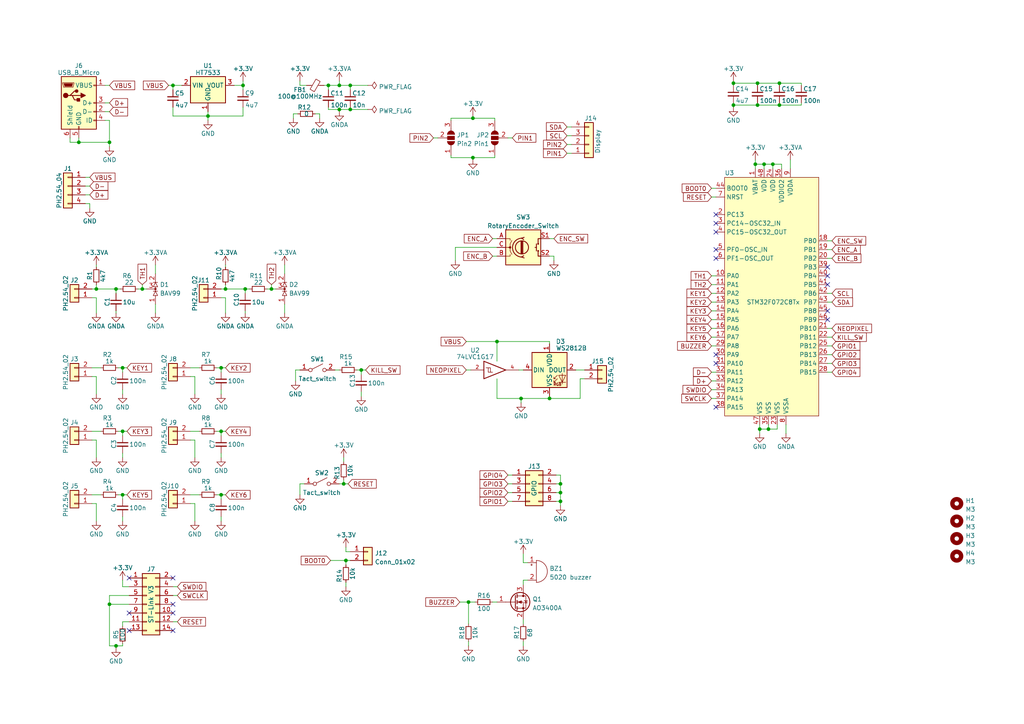
<source format=kicad_sch>
(kicad_sch (version 20230121) (generator eeschema)

  (uuid 79976d84-8f91-4d37-9c84-30893cab9eeb)

  (paper "A4")

  (title_block
    (title "V0 McDisplay")
    (date "2022-10-24")
    (rev "1.0")
  )

  


  (junction (at 60.325 33.655) (diameter 0) (color 0 0 0 0)
    (uuid 0220e260-061b-420b-a6df-891e1ce26009)
  )
  (junction (at 104.775 107.315) (diameter 0) (color 0 0 0 0)
    (uuid 10f3cd3a-88dd-4a8c-b316-01f7ab9c0ae5)
  )
  (junction (at 98.425 24.765) (diameter 0) (color 0 0 0 0)
    (uuid 1409dacc-bd6b-467f-900a-4acd22bb6a35)
  )
  (junction (at 101.6 31.75) (diameter 0) (color 0 0 0 0)
    (uuid 165d4e12-22c6-4bdf-9ede-0890197a73fd)
  )
  (junction (at 70.485 24.765) (diameter 0) (color 0 0 0 0)
    (uuid 1a7bb335-5543-4c67-9aad-65da5d5b7e0f)
  )
  (junction (at 95.25 24.765) (diameter 0) (color 0 0 0 0)
    (uuid 1ef27ea9-f7be-4238-8b33-7ff66216655b)
  )
  (junction (at 100.33 162.56) (diameter 0) (color 0 0 0 0)
    (uuid 36c97575-4957-4c7b-8ca3-327f6037b31a)
  )
  (junction (at 64.135 125.095) (diameter 0) (color 0 0 0 0)
    (uuid 3b4bbbaa-010e-48c4-b47c-e9244a13186f)
  )
  (junction (at 99.695 140.335) (diameter 0) (color 0 0 0 0)
    (uuid 42b49d46-d7ad-4c37-a442-98581f68c372)
  )
  (junction (at 101.6 24.765) (diameter 0) (color 0 0 0 0)
    (uuid 43e826b5-5bd8-48ce-9aa1-73ef5574478d)
  )
  (junction (at 64.135 143.51) (diameter 0) (color 0 0 0 0)
    (uuid 4a3e331b-07cc-4a0f-86d1-17fe93adb80f)
  )
  (junction (at 162.56 145.415) (diameter 0) (color 0 0 0 0)
    (uuid 51dfc8b5-7711-417d-9f1f-45c19956070e)
  )
  (junction (at 33.655 187.325) (diameter 0) (color 0 0 0 0)
    (uuid 5800ddc8-a077-4491-9339-7bd8aca70c75)
  )
  (junction (at 221.615 47.625) (diameter 0) (color 0 0 0 0)
    (uuid 5d95a4a0-bf2b-4e86-9b22-cae976180ed5)
  )
  (junction (at 35.56 106.68) (diameter 0) (color 0 0 0 0)
    (uuid 5eb9247f-74f2-4048-a5d4-e18772feec32)
  )
  (junction (at 71.12 83.82) (diameter 0) (color 0 0 0 0)
    (uuid 6355abff-8354-43e4-906e-a8dea9cd11af)
  )
  (junction (at 35.56 125.095) (diameter 0) (color 0 0 0 0)
    (uuid 642e2721-db0f-40f6-ab17-c89791edde62)
  )
  (junction (at 78.74 83.82) (diameter 0) (color 0 0 0 0)
    (uuid 68f29285-ccd7-4ec6-a975-d50337d27999)
  )
  (junction (at 226.06 24.13) (diameter 0) (color 0 0 0 0)
    (uuid 6f4ec513-9127-406d-ae13-5f3ffe0bf64b)
  )
  (junction (at 27.94 83.82) (diameter 0) (color 0 0 0 0)
    (uuid 76bba421-2622-46db-947f-b990f04f7691)
  )
  (junction (at 33.655 83.82) (diameter 0) (color 0 0 0 0)
    (uuid 77d46c87-1e07-4a79-b71e-6dcc9fe445bc)
  )
  (junction (at 98.425 31.75) (diameter 0) (color 0 0 0 0)
    (uuid 7c6feb1d-f75b-49ad-83a9-cb43a9f92372)
  )
  (junction (at 64.135 106.68) (diameter 0) (color 0 0 0 0)
    (uuid 7f98481f-2ff5-4887-9eef-41b4f5b73042)
  )
  (junction (at 212.725 24.13) (diameter 0) (color 0 0 0 0)
    (uuid 89695990-99f6-42bc-8e48-5a2d04a8ef4a)
  )
  (junction (at 41.275 83.82) (diameter 0) (color 0 0 0 0)
    (uuid 8e51f6b4-90ab-4da0-9eb0-36ad21af3c66)
  )
  (junction (at 137.16 34.29) (diameter 0) (color 0 0 0 0)
    (uuid 8edb475b-abbf-4e4c-9515-f6488bcbd5fe)
  )
  (junction (at 219.71 24.13) (diameter 0) (color 0 0 0 0)
    (uuid 926301ca-987a-447d-bb79-03486c4f1421)
  )
  (junction (at 135.89 174.625) (diameter 0) (color 0 0 0 0)
    (uuid 9809002f-e991-4876-abd9-bafd7e39202f)
  )
  (junction (at 137.16 45.72) (diameter 0) (color 0 0 0 0)
    (uuid 99abfa82-7b98-4ad5-b0dc-cfe2aa5a5b83)
  )
  (junction (at 65.405 83.82) (diameter 0) (color 0 0 0 0)
    (uuid 9c6c4f20-3be7-4b33-8deb-ba0ded099359)
  )
  (junction (at 226.06 30.48) (diameter 0) (color 0 0 0 0)
    (uuid a04aaba5-187f-42b3-a19c-84deed0bfb20)
  )
  (junction (at 151.13 115.57) (diameter 0) (color 0 0 0 0)
    (uuid a6256e66-7c74-4691-828f-6813b7f6ff87)
  )
  (junction (at 31.75 175.26) (diameter 0) (color 0 0 0 0)
    (uuid ab3dd0f7-4662-40e6-883d-c7b5095033fc)
  )
  (junction (at 222.885 124.46) (diameter 0) (color 0 0 0 0)
    (uuid b151459d-79f0-48ef-8744-7df8b7a84239)
  )
  (junction (at 219.71 30.48) (diameter 0) (color 0 0 0 0)
    (uuid b5bd0229-e4c7-48b2-a13a-706091b7af9a)
  )
  (junction (at 224.155 47.625) (diameter 0) (color 0 0 0 0)
    (uuid bdafd286-842c-4283-95f0-87c41b21602c)
  )
  (junction (at 50.165 24.765) (diameter 0) (color 0 0 0 0)
    (uuid bea7b35a-ccb8-4d50-b653-094463a188fe)
  )
  (junction (at 220.345 124.46) (diameter 0) (color 0 0 0 0)
    (uuid cc2a9966-7cde-43b1-af1e-30e51575abd3)
  )
  (junction (at 31.75 41.275) (diameter 0) (color 0 0 0 0)
    (uuid ce2265e5-18fa-4cab-9df6-33b24449332a)
  )
  (junction (at 144.145 99.06) (diameter 0) (color 0 0 0 0)
    (uuid cebf2c03-60a2-4f3b-a215-3942ab27a5e8)
  )
  (junction (at 162.56 140.335) (diameter 0) (color 0 0 0 0)
    (uuid d5b13195-66d4-4c11-b371-2b965c5ed155)
  )
  (junction (at 35.56 143.51) (diameter 0) (color 0 0 0 0)
    (uuid de92bea8-6060-4b44-b4c7-dbfbc72e71b6)
  )
  (junction (at 212.725 30.48) (diameter 0) (color 0 0 0 0)
    (uuid e0c3c183-d6ee-4eb6-9018-8c5413c689ef)
  )
  (junction (at 162.56 142.875) (diameter 0) (color 0 0 0 0)
    (uuid ed46d8a9-7c40-4ddf-8234-17bff3486029)
  )
  (junction (at 219.075 47.625) (diameter 0) (color 0 0 0 0)
    (uuid f5c2bd03-5700-4fa7-b419-2847594e4d68)
  )
  (junction (at 159.385 115.57) (diameter 0) (color 0 0 0 0)
    (uuid f7ba8703-cc72-4a89-8eff-32e24d6cc932)
  )
  (junction (at 22.86 41.275) (diameter 0) (color 0 0 0 0)
    (uuid fc97f04f-207c-4761-bf00-d25f7343664e)
  )

  (no_connect (at 207.645 102.87) (uuid 5d9ea2bf-f51f-4e90-b6b9-f18190d9bd71))
  (no_connect (at 207.645 105.41) (uuid 5d9ea2bf-f51f-4e90-b6b9-f18190d9bd72))
  (no_connect (at 240.03 90.17) (uuid 5d9ea2bf-f51f-4e90-b6b9-f18190d9bd73))
  (no_connect (at 240.03 82.55) (uuid 5d9ea2bf-f51f-4e90-b6b9-f18190d9bd74))
  (no_connect (at 240.03 80.01) (uuid 5d9ea2bf-f51f-4e90-b6b9-f18190d9bd75))
  (no_connect (at 240.03 77.47) (uuid 5d9ea2bf-f51f-4e90-b6b9-f18190d9bd76))
  (no_connect (at 240.03 92.71) (uuid 5d9ea2bf-f51f-4e90-b6b9-f18190d9bd77))
  (no_connect (at 207.645 62.23) (uuid 5d9ea2bf-f51f-4e90-b6b9-f18190d9bd78))
  (no_connect (at 207.645 64.77) (uuid 5d9ea2bf-f51f-4e90-b6b9-f18190d9bd79))
  (no_connect (at 207.645 67.31) (uuid 5d9ea2bf-f51f-4e90-b6b9-f18190d9bd7a))
  (no_connect (at 207.645 72.39) (uuid 5d9ea2bf-f51f-4e90-b6b9-f18190d9bd7b))
  (no_connect (at 207.645 74.93) (uuid 5d9ea2bf-f51f-4e90-b6b9-f18190d9bd7c))
  (no_connect (at 37.465 177.8) (uuid 8628bcd6-49fb-4e70-9b0f-25c27210579c))
  (no_connect (at 37.465 182.88) (uuid 8628bcd6-49fb-4e70-9b0f-25c27210579d))
  (no_connect (at 50.165 182.88) (uuid 8628bcd6-49fb-4e70-9b0f-25c27210579e))
  (no_connect (at 50.165 177.8) (uuid 8628bcd6-49fb-4e70-9b0f-25c27210579f))
  (no_connect (at 50.165 175.26) (uuid 8628bcd6-49fb-4e70-9b0f-25c2721057a0))
  (no_connect (at 50.165 167.64) (uuid 8628bcd6-49fb-4e70-9b0f-25c2721057a1))
  (no_connect (at 37.465 167.64) (uuid 8628bcd6-49fb-4e70-9b0f-25c2721057a2))
  (no_connect (at 207.645 118.11) (uuid ef48bc89-1cec-4ae2-9214-5f156911e127))

  (wire (pts (xy 56.515 151.13) (xy 56.515 146.05))
    (stroke (width 0) (type default))
    (uuid 00aabeca-3174-4cb9-8b63-9311f87a2519)
  )
  (wire (pts (xy 130.81 45.085) (xy 130.81 45.72))
    (stroke (width 0) (type default))
    (uuid 01b63df4-bcf8-4968-ad09-3368cf3b115c)
  )
  (wire (pts (xy 212.725 30.48) (xy 212.725 31.115))
    (stroke (width 0) (type default))
    (uuid 021e8c16-b0af-4324-a079-b999f807ffa1)
  )
  (wire (pts (xy 147.32 142.875) (xy 148.59 142.875))
    (stroke (width 0) (type default))
    (uuid 02d767e2-5ab8-44f0-b0ee-1d0e511b3c7c)
  )
  (wire (pts (xy 212.725 24.13) (xy 212.725 24.765))
    (stroke (width 0) (type default))
    (uuid 03c649f5-b11e-43e2-a539-ed7852c858af)
  )
  (wire (pts (xy 135.255 99.06) (xy 144.145 99.06))
    (stroke (width 0) (type default))
    (uuid 03d7cc02-9062-4a09-abbf-33c005ca66e0)
  )
  (wire (pts (xy 206.375 80.01) (xy 207.645 80.01))
    (stroke (width 0) (type default))
    (uuid 046d6c41-efa4-4999-85e6-6fd5cd3478ef)
  )
  (wire (pts (xy 70.485 24.765) (xy 70.485 23.495))
    (stroke (width 0) (type default))
    (uuid 06c9acf6-f83a-4c32-9c70-a57e22c3ab14)
  )
  (wire (pts (xy 147.32 40.005) (xy 148.59 40.005))
    (stroke (width 0) (type default))
    (uuid 08c87024-df76-46c5-926b-29691ebcf535)
  )
  (wire (pts (xy 206.375 82.55) (xy 207.645 82.55))
    (stroke (width 0) (type default))
    (uuid 08f5f3a3-ee13-4d0d-ae72-8ab5e5ce62ee)
  )
  (wire (pts (xy 86.995 140.335) (xy 86.995 143.51))
    (stroke (width 0) (type default))
    (uuid 0ba227ec-cee6-4808-b77a-67d51f76ca46)
  )
  (wire (pts (xy 40.005 83.82) (xy 41.275 83.82))
    (stroke (width 0) (type default))
    (uuid 0bf8eebe-c7a8-454e-a2b8-7f46feda5415)
  )
  (wire (pts (xy 62.865 106.68) (xy 64.135 106.68))
    (stroke (width 0) (type default))
    (uuid 0c21edeb-7ff6-4933-aaee-997617952b55)
  )
  (wire (pts (xy 225.425 123.19) (xy 225.425 124.46))
    (stroke (width 0) (type default))
    (uuid 0cfca638-9d9e-4a13-a246-bf3cc545108a)
  )
  (wire (pts (xy 95.25 31.75) (xy 98.425 31.75))
    (stroke (width 0) (type default))
    (uuid 0e656df1-fef5-44a8-a974-9bc1f8f766ee)
  )
  (wire (pts (xy 221.615 47.625) (xy 219.075 47.625))
    (stroke (width 0) (type default))
    (uuid 11033c76-88a1-42ef-a12b-7e31b7525ee6)
  )
  (wire (pts (xy 159.385 99.06) (xy 159.385 99.695))
    (stroke (width 0) (type default))
    (uuid 118fdd3a-d1d1-483b-9575-36c6e27d230e)
  )
  (wire (pts (xy 56.515 132.715) (xy 56.515 127.635))
    (stroke (width 0) (type default))
    (uuid 11a676fc-2ee1-4aa7-9b31-f558837f6d85)
  )
  (wire (pts (xy 31.75 34.925) (xy 31.75 41.275))
    (stroke (width 0) (type default))
    (uuid 12d5da01-dcbc-409d-b0bd-60c00a9e1ce9)
  )
  (wire (pts (xy 151.765 186.055) (xy 151.765 187.325))
    (stroke (width 0) (type default))
    (uuid 13516da1-d289-4fee-b1f8-a714983cccd4)
  )
  (wire (pts (xy 159.385 69.215) (xy 160.655 69.215))
    (stroke (width 0) (type default))
    (uuid 1516340c-7813-4a23-bbe1-1364bc48cbf3)
  )
  (wire (pts (xy 147.32 145.415) (xy 148.59 145.415))
    (stroke (width 0) (type default))
    (uuid 152d4deb-72c2-491a-80f3-da2efca39d0f)
  )
  (wire (pts (xy 100.33 160.02) (xy 101.6 160.02))
    (stroke (width 0) (type default))
    (uuid 16599dcc-d9b2-4414-89cc-bc8feadaa67c)
  )
  (wire (pts (xy 168.275 109.855) (xy 169.545 109.855))
    (stroke (width 0) (type default))
    (uuid 1693e165-b331-4c8c-80c4-6d74ffd6fdb4)
  )
  (wire (pts (xy 100.33 162.56) (xy 100.33 163.83))
    (stroke (width 0) (type default))
    (uuid 180eaed8-3566-44f3-941c-4e8d6df4da33)
  )
  (wire (pts (xy 206.375 115.57) (xy 207.645 115.57))
    (stroke (width 0) (type default))
    (uuid 1b7945da-f2cb-405b-8ce4-75ca1c5dba8d)
  )
  (wire (pts (xy 41.275 83.82) (xy 42.545 83.82))
    (stroke (width 0) (type default))
    (uuid 1b97dcc5-6d24-41cc-9821-60d5638274a7)
  )
  (wire (pts (xy 219.71 24.13) (xy 219.71 24.765))
    (stroke (width 0) (type default))
    (uuid 1c340598-46cc-45de-b09e-f51246f1b002)
  )
  (wire (pts (xy 27.94 127.635) (xy 26.67 127.635))
    (stroke (width 0) (type default))
    (uuid 1c82b0cf-11d7-4dab-b51e-50e8e9f270b5)
  )
  (wire (pts (xy 240.03 97.79) (xy 241.3 97.79))
    (stroke (width 0) (type default))
    (uuid 1cde744e-d5fb-4c01-8fb5-dc22837192c1)
  )
  (wire (pts (xy 71.12 83.82) (xy 71.12 85.09))
    (stroke (width 0) (type default))
    (uuid 1ce5e46d-d17b-42d3-bc2e-3159b655447f)
  )
  (wire (pts (xy 206.375 100.33) (xy 207.645 100.33))
    (stroke (width 0) (type default))
    (uuid 1d711b5b-b94d-46fc-8f84-5bdfe01eeb9e)
  )
  (wire (pts (xy 33.655 83.82) (xy 33.655 85.09))
    (stroke (width 0) (type default))
    (uuid 1d95f8af-053d-4b84-94c6-f74e3f50b624)
  )
  (wire (pts (xy 100.33 168.91) (xy 100.33 170.18))
    (stroke (width 0) (type default))
    (uuid 1db89d6d-f3d5-4f5e-aa52-9c73ba0dbe6b)
  )
  (wire (pts (xy 232.41 30.48) (xy 226.06 30.48))
    (stroke (width 0) (type default))
    (uuid 1dc3c819-dcd6-4034-a0fc-910db6593c04)
  )
  (wire (pts (xy 27.94 86.36) (xy 26.67 86.36))
    (stroke (width 0) (type default))
    (uuid 2141d0e8-0ffb-4aeb-b1c6-507c3374d574)
  )
  (wire (pts (xy 55.245 125.095) (xy 57.785 125.095))
    (stroke (width 0) (type default))
    (uuid 2165b140-beb7-48c5-8daa-df559a08d00d)
  )
  (wire (pts (xy 95.25 24.765) (xy 95.25 26.035))
    (stroke (width 0) (type default))
    (uuid 219ba52f-2629-4b1e-9012-306fabb59b94)
  )
  (wire (pts (xy 161.29 137.795) (xy 162.56 137.795))
    (stroke (width 0) (type default))
    (uuid 23f6d062-eead-4cf2-9a36-bbe73de45fa3)
  )
  (wire (pts (xy 30.48 24.765) (xy 31.75 24.765))
    (stroke (width 0) (type default))
    (uuid 23f975c0-4069-4c4f-b1de-bf62b26e0d78)
  )
  (wire (pts (xy 206.375 113.03) (xy 207.645 113.03))
    (stroke (width 0) (type default))
    (uuid 24a9ac84-a8b4-4cf6-a350-8e2d538324da)
  )
  (wire (pts (xy 82.55 88.265) (xy 82.55 90.805))
    (stroke (width 0) (type default))
    (uuid 24f07cd3-df17-41f9-b143-cc323af6c316)
  )
  (wire (pts (xy 225.425 124.46) (xy 222.885 124.46))
    (stroke (width 0) (type default))
    (uuid 25e0f18e-4555-413c-a81a-bb1f754916eb)
  )
  (wire (pts (xy 26.67 83.82) (xy 27.94 83.82))
    (stroke (width 0) (type default))
    (uuid 2681f51b-083f-4b94-8b32-8bccb2f00249)
  )
  (wire (pts (xy 24.765 59.055) (xy 26.035 59.055))
    (stroke (width 0) (type default))
    (uuid 268bc98c-80ff-4e4b-8b45-ac54d922a201)
  )
  (wire (pts (xy 35.56 168.275) (xy 35.56 170.18))
    (stroke (width 0) (type default))
    (uuid 280ce43a-4105-4c4d-9ced-e036b6d70130)
  )
  (wire (pts (xy 56.515 114.3) (xy 56.515 109.22))
    (stroke (width 0) (type default))
    (uuid 2836baa8-807c-4552-b0a9-d3943126877f)
  )
  (wire (pts (xy 97.155 107.315) (xy 98.425 107.315))
    (stroke (width 0) (type default))
    (uuid 29612022-cc21-4e75-8766-4227fbf2d742)
  )
  (wire (pts (xy 226.06 24.13) (xy 219.71 24.13))
    (stroke (width 0) (type default))
    (uuid 2a0a124b-518b-4a56-992d-43b1c877b734)
  )
  (wire (pts (xy 151.765 168.275) (xy 153.035 168.275))
    (stroke (width 0) (type default))
    (uuid 2a4310d4-aff4-4d4c-aa5d-ff74a665613c)
  )
  (wire (pts (xy 45.085 76.835) (xy 45.085 79.375))
    (stroke (width 0) (type default))
    (uuid 2ae59b7c-229a-4977-916a-99b283b9c4cb)
  )
  (wire (pts (xy 95.25 31.115) (xy 95.25 31.75))
    (stroke (width 0) (type default))
    (uuid 2c47e52f-a6a1-40f9-9968-f6eacb1522e8)
  )
  (wire (pts (xy 159.385 114.935) (xy 159.385 115.57))
    (stroke (width 0) (type default))
    (uuid 2cd74a8a-d8f1-4017-9676-9bf784579ff8)
  )
  (wire (pts (xy 101.6 31.75) (xy 106.68 31.75))
    (stroke (width 0) (type default))
    (uuid 2d32e6ae-a04b-4858-8e07-fd7dfdee221a)
  )
  (wire (pts (xy 219.075 46.355) (xy 219.075 47.625))
    (stroke (width 0) (type default))
    (uuid 2dd1b0aa-f5d1-4c78-9f9d-1992313d4807)
  )
  (wire (pts (xy 212.725 29.845) (xy 212.725 30.48))
    (stroke (width 0) (type default))
    (uuid 307309ad-2c17-4e55-85b2-8b250accd7be)
  )
  (wire (pts (xy 34.29 143.51) (xy 35.56 143.51))
    (stroke (width 0) (type default))
    (uuid 32254d0c-c6d4-4f95-a72b-dfea6c960aa2)
  )
  (wire (pts (xy 151.13 115.57) (xy 159.385 115.57))
    (stroke (width 0) (type default))
    (uuid 33157e89-635c-4885-8e8a-eae0e64712da)
  )
  (wire (pts (xy 159.385 74.295) (xy 160.655 74.295))
    (stroke (width 0) (type default))
    (uuid 334abcb6-acc8-4fbe-bafa-50f679165a99)
  )
  (wire (pts (xy 26.67 125.095) (xy 29.21 125.095))
    (stroke (width 0) (type default))
    (uuid 337d04ff-9611-494a-9ff6-8613e8153ef7)
  )
  (wire (pts (xy 35.56 131.445) (xy 35.56 132.715))
    (stroke (width 0) (type default))
    (uuid 36ba9318-8ec5-49f6-9a56-91bb281532e1)
  )
  (wire (pts (xy 27.94 76.835) (xy 27.94 77.47))
    (stroke (width 0) (type default))
    (uuid 390a2deb-dd82-4a43-8d34-8aa8f2aa1681)
  )
  (wire (pts (xy 88.265 140.335) (xy 86.995 140.335))
    (stroke (width 0) (type default))
    (uuid 391d46db-304d-4c28-80cf-6eaf2d8797a8)
  )
  (wire (pts (xy 240.03 105.41) (xy 241.3 105.41))
    (stroke (width 0) (type default))
    (uuid 3be6c0b5-d520-4f88-826e-b60907e542b6)
  )
  (wire (pts (xy 35.56 149.86) (xy 35.56 151.13))
    (stroke (width 0) (type default))
    (uuid 3c526efa-6be6-4ca0-a42e-c1e29230ee42)
  )
  (wire (pts (xy 222.885 124.46) (xy 220.345 124.46))
    (stroke (width 0) (type default))
    (uuid 3ca9d6be-2bdd-454e-abc4-750d40012096)
  )
  (wire (pts (xy 60.325 33.655) (xy 70.485 33.655))
    (stroke (width 0) (type default))
    (uuid 3d884453-9654-4117-8c8b-a16b71a905dc)
  )
  (wire (pts (xy 164.465 44.45) (xy 165.735 44.45))
    (stroke (width 0) (type default))
    (uuid 3dc8d9da-6ba8-4d4a-8b6a-59c5fe0a08ba)
  )
  (wire (pts (xy 219.71 24.13) (xy 212.725 24.13))
    (stroke (width 0) (type default))
    (uuid 3e5ccf94-ce8c-4f63-ac33-afe9427cf37d)
  )
  (wire (pts (xy 65.405 86.36) (xy 64.135 86.36))
    (stroke (width 0) (type default))
    (uuid 3ead846c-f429-46d3-9064-3a23995362a8)
  )
  (wire (pts (xy 50.165 24.765) (xy 52.705 24.765))
    (stroke (width 0) (type default))
    (uuid 3ef09023-9351-4d1b-938f-89c4850dff93)
  )
  (wire (pts (xy 206.375 90.17) (xy 207.645 90.17))
    (stroke (width 0) (type default))
    (uuid 3fceab2e-8476-40cf-b52c-54c3b09e33f5)
  )
  (wire (pts (xy 64.135 131.445) (xy 64.135 132.715))
    (stroke (width 0) (type default))
    (uuid 418b711d-52a2-4b0c-8d80-8628c25f8a1e)
  )
  (wire (pts (xy 45.085 88.265) (xy 45.085 90.805))
    (stroke (width 0) (type default))
    (uuid 4192b171-6552-4f65-b89b-28512cb973d2)
  )
  (wire (pts (xy 137.16 45.72) (xy 137.16 46.355))
    (stroke (width 0) (type default))
    (uuid 41ba74a1-5360-4d58-85f1-860bb5a77053)
  )
  (wire (pts (xy 64.135 113.03) (xy 64.135 114.3))
    (stroke (width 0) (type default))
    (uuid 41efdb02-fe34-4850-ad89-0c9cc2924464)
  )
  (wire (pts (xy 64.135 83.82) (xy 65.405 83.82))
    (stroke (width 0) (type default))
    (uuid 42dd3600-27df-4809-92a2-8c1b55e59759)
  )
  (wire (pts (xy 30.48 34.925) (xy 31.75 34.925))
    (stroke (width 0) (type default))
    (uuid 44f8ea39-e982-4e42-8e2f-cb14d45fbdc7)
  )
  (wire (pts (xy 35.56 187.325) (xy 35.56 186.69))
    (stroke (width 0) (type default))
    (uuid 452beeda-56e6-4b93-818a-c6c373b3c46a)
  )
  (wire (pts (xy 85.09 34.29) (xy 85.09 33.02))
    (stroke (width 0) (type default))
    (uuid 45535240-17b2-4531-95e0-849431087235)
  )
  (wire (pts (xy 50.165 180.34) (xy 51.435 180.34))
    (stroke (width 0) (type default))
    (uuid 46201563-2b66-4f1c-9755-a2c66502f7c5)
  )
  (wire (pts (xy 99.695 139.065) (xy 99.695 140.335))
    (stroke (width 0) (type default))
    (uuid 46bc22f5-81d4-4eba-a6f5-94e1ce7936d4)
  )
  (wire (pts (xy 35.56 143.51) (xy 36.83 143.51))
    (stroke (width 0) (type default))
    (uuid 473c07b8-9010-4ddd-98bc-f1fc33d3553c)
  )
  (wire (pts (xy 70.485 24.765) (xy 70.485 26.035))
    (stroke (width 0) (type default))
    (uuid 4770858a-4110-4d30-943c-3e16420fea33)
  )
  (wire (pts (xy 144.145 99.06) (xy 159.385 99.06))
    (stroke (width 0) (type default))
    (uuid 47e41fbc-b26f-4826-80ae-89d415cf8fa8)
  )
  (wire (pts (xy 35.56 180.34) (xy 35.56 181.61))
    (stroke (width 0) (type default))
    (uuid 492c05ec-9dae-40d4-b09c-021bdc8c0d6f)
  )
  (wire (pts (xy 86.995 107.315) (xy 85.725 107.315))
    (stroke (width 0) (type default))
    (uuid 4b79c396-726d-47e5-ac89-c689dfa80357)
  )
  (wire (pts (xy 22.86 40.005) (xy 22.86 41.275))
    (stroke (width 0) (type default))
    (uuid 4c57f90b-d23f-4063-b5df-3678aedd4149)
  )
  (wire (pts (xy 48.895 24.765) (xy 50.165 24.765))
    (stroke (width 0) (type default))
    (uuid 4e825871-7ae8-4943-a004-0e5cd3635a1f)
  )
  (wire (pts (xy 95.885 162.56) (xy 100.33 162.56))
    (stroke (width 0) (type default))
    (uuid 50385451-c8ab-433c-96d7-a522e14ca2cd)
  )
  (wire (pts (xy 143.51 34.29) (xy 143.51 34.925))
    (stroke (width 0) (type default))
    (uuid 50e60928-bcef-4125-8419-aca8993baab1)
  )
  (wire (pts (xy 135.255 107.315) (xy 136.525 107.315))
    (stroke (width 0) (type default))
    (uuid 51d675be-6262-4e1c-a4b5-ac31c5e640fc)
  )
  (wire (pts (xy 27.94 109.22) (xy 26.67 109.22))
    (stroke (width 0) (type default))
    (uuid 51dd4a4c-4473-4516-9b6e-1848bdcf028f)
  )
  (wire (pts (xy 24.765 53.975) (xy 26.035 53.975))
    (stroke (width 0) (type default))
    (uuid 52796064-5773-4861-b780-3aa841d35fe8)
  )
  (wire (pts (xy 24.765 51.435) (xy 26.035 51.435))
    (stroke (width 0) (type default))
    (uuid 52e0cdc5-336d-4d3b-9a3b-f6929f0e4a11)
  )
  (wire (pts (xy 125.73 40.005) (xy 127 40.005))
    (stroke (width 0) (type default))
    (uuid 53b377d8-988c-4948-a51c-1f6e86e871f8)
  )
  (wire (pts (xy 35.56 170.18) (xy 37.465 170.18))
    (stroke (width 0) (type default))
    (uuid 53e899c8-a6ba-4491-868d-e1d29f09fb3c)
  )
  (wire (pts (xy 64.135 143.51) (xy 65.405 143.51))
    (stroke (width 0) (type default))
    (uuid 54d7eb13-830b-46cb-b5a2-8c1154e99919)
  )
  (wire (pts (xy 41.275 82.55) (xy 41.275 83.82))
    (stroke (width 0) (type default))
    (uuid 55b23cbf-d6e3-43e0-9024-6b1e78e3e7eb)
  )
  (wire (pts (xy 24.765 56.515) (xy 26.035 56.515))
    (stroke (width 0) (type default))
    (uuid 571b94f7-c0d6-401a-82fc-6e02088e37b3)
  )
  (wire (pts (xy 64.135 143.51) (xy 64.135 144.78))
    (stroke (width 0) (type default))
    (uuid 5750b0de-c1cf-475c-bbce-10a0b194a478)
  )
  (wire (pts (xy 64.135 125.095) (xy 65.405 125.095))
    (stroke (width 0) (type default))
    (uuid 577edfab-a079-4c0a-b0ff-6234c418dff2)
  )
  (wire (pts (xy 62.865 125.095) (xy 64.135 125.095))
    (stroke (width 0) (type default))
    (uuid 586a5b9b-d927-4c7c-b2a3-cbf42c0bf7f3)
  )
  (wire (pts (xy 56.515 127.635) (xy 55.245 127.635))
    (stroke (width 0) (type default))
    (uuid 58e4ae1d-1be2-41df-a04d-77f670794a04)
  )
  (wire (pts (xy 78.74 82.55) (xy 78.74 83.82))
    (stroke (width 0) (type default))
    (uuid 5a4c159c-b118-415a-989b-87fcd60df9c0)
  )
  (wire (pts (xy 220.345 123.19) (xy 220.345 124.46))
    (stroke (width 0) (type default))
    (uuid 5ae57af6-e538-46d4-8152-bf201c02b1f3)
  )
  (wire (pts (xy 162.56 145.415) (xy 162.56 146.685))
    (stroke (width 0) (type default))
    (uuid 5b6a8682-dade-413c-b319-d38f65513a78)
  )
  (wire (pts (xy 95.25 24.765) (xy 98.425 24.765))
    (stroke (width 0) (type default))
    (uuid 5c038e8c-304d-45bd-b4c6-5d39a553fce5)
  )
  (wire (pts (xy 219.075 47.625) (xy 219.075 48.895))
    (stroke (width 0) (type default))
    (uuid 5c26b5c4-9073-4a66-9942-fc790e58d8f1)
  )
  (wire (pts (xy 64.135 149.86) (xy 64.135 151.13))
    (stroke (width 0) (type default))
    (uuid 5c8fa4ac-7abc-4d73-a97c-4d3c46915f76)
  )
  (wire (pts (xy 35.56 106.68) (xy 36.83 106.68))
    (stroke (width 0) (type default))
    (uuid 5d1e1a5f-3c57-42dd-bde9-c81ae2441190)
  )
  (wire (pts (xy 55.245 106.68) (xy 57.785 106.68))
    (stroke (width 0) (type default))
    (uuid 5dc83004-ff4a-4ff0-b0e5-55d1e0a460f2)
  )
  (wire (pts (xy 220.345 124.46) (xy 220.345 125.73))
    (stroke (width 0) (type default))
    (uuid 5ea1bab6-088d-47e8-9f23-cfe2c7dd9ab0)
  )
  (wire (pts (xy 67.945 24.765) (xy 70.485 24.765))
    (stroke (width 0) (type default))
    (uuid 5f94c688-5598-4f4e-928b-38ee2aaf3137)
  )
  (wire (pts (xy 70.485 33.655) (xy 70.485 31.115))
    (stroke (width 0) (type default))
    (uuid 60349bb6-d2e0-4c3c-8e88-cfb2f5782a9c)
  )
  (wire (pts (xy 206.375 87.63) (xy 207.645 87.63))
    (stroke (width 0) (type default))
    (uuid 60c3aedd-1d62-4e80-aa04-323b3e332939)
  )
  (wire (pts (xy 161.29 142.875) (xy 162.56 142.875))
    (stroke (width 0) (type default))
    (uuid 60df6a75-4189-4a8f-84ed-d5e7c1b57845)
  )
  (wire (pts (xy 206.375 95.25) (xy 207.645 95.25))
    (stroke (width 0) (type default))
    (uuid 61a4d53d-5613-4fd2-81bc-ae6ed358f2c7)
  )
  (wire (pts (xy 31.75 41.275) (xy 31.75 42.545))
    (stroke (width 0) (type default))
    (uuid 61c001b0-8d1e-457b-abb7-18b62d0098ff)
  )
  (wire (pts (xy 226.695 47.625) (xy 224.155 47.625))
    (stroke (width 0) (type default))
    (uuid 646503b2-e708-41db-ad47-a61a3e1b430e)
  )
  (wire (pts (xy 164.465 36.83) (xy 165.735 36.83))
    (stroke (width 0) (type default))
    (uuid 64a06435-5c13-47bc-856f-bdcb862f93e6)
  )
  (wire (pts (xy 55.245 143.51) (xy 57.785 143.51))
    (stroke (width 0) (type default))
    (uuid 64c42771-05b1-4466-ad11-b61d1edfbf4c)
  )
  (wire (pts (xy 142.875 174.625) (xy 144.145 174.625))
    (stroke (width 0) (type default))
    (uuid 6522ca2c-b2b8-434f-a4b1-4637aefc53f0)
  )
  (wire (pts (xy 31.75 172.72) (xy 31.75 175.26))
    (stroke (width 0) (type default))
    (uuid 66180810-a7e8-444b-900f-5f1f0a805983)
  )
  (wire (pts (xy 33.655 90.17) (xy 33.655 90.805))
    (stroke (width 0) (type default))
    (uuid 67fe45c3-aba1-44c4-a340-39a02cdd485a)
  )
  (wire (pts (xy 64.135 106.68) (xy 65.405 106.68))
    (stroke (width 0) (type default))
    (uuid 68a9d5a6-ce44-481c-8a38-6a0ab7aea8c6)
  )
  (wire (pts (xy 144.145 71.755) (xy 132.08 71.755))
    (stroke (width 0) (type default))
    (uuid 68c991b6-a074-4ec5-a19b-bb43e0b3231c)
  )
  (wire (pts (xy 93.98 24.765) (xy 95.25 24.765))
    (stroke (width 0) (type default))
    (uuid 6a41b91a-dfbe-43ac-aae9-2f892d097f55)
  )
  (wire (pts (xy 222.885 123.19) (xy 222.885 124.46))
    (stroke (width 0) (type default))
    (uuid 6a8cd4fd-fa79-41c7-b922-eb6c8822f98c)
  )
  (wire (pts (xy 212.725 23.495) (xy 212.725 24.13))
    (stroke (width 0) (type default))
    (uuid 6ac484f6-f3a1-41bb-8a03-8c4da4c8d97d)
  )
  (wire (pts (xy 56.515 109.22) (xy 55.245 109.22))
    (stroke (width 0) (type default))
    (uuid 6b2795d5-10ce-4474-94e5-c5b74bfc8372)
  )
  (wire (pts (xy 34.29 106.68) (xy 35.56 106.68))
    (stroke (width 0) (type default))
    (uuid 6bb98df9-716c-4eeb-8d00-3a3495eadfc3)
  )
  (wire (pts (xy 153.035 163.195) (xy 151.765 163.195))
    (stroke (width 0) (type default))
    (uuid 6bbd7d0f-dfac-4027-8b23-de4789556c1e)
  )
  (wire (pts (xy 65.405 82.55) (xy 65.405 83.82))
    (stroke (width 0) (type default))
    (uuid 6bbe0912-ae11-4b19-82a9-6e1830652d5e)
  )
  (wire (pts (xy 27.94 90.805) (xy 27.94 86.36))
    (stroke (width 0) (type default))
    (uuid 6d941b4a-e8a5-461f-b016-aba781e29410)
  )
  (wire (pts (xy 62.865 143.51) (xy 64.135 143.51))
    (stroke (width 0) (type default))
    (uuid 6e7f55f8-8ec6-4093-b499-15f6ad510ba6)
  )
  (wire (pts (xy 226.06 30.48) (xy 219.71 30.48))
    (stroke (width 0) (type default))
    (uuid 6edcc29c-c4bb-4e8f-8f38-052b351959ae)
  )
  (wire (pts (xy 240.03 69.85) (xy 241.3 69.85))
    (stroke (width 0) (type default))
    (uuid 6f7df446-68fa-486a-a2e4-239bc5865572)
  )
  (wire (pts (xy 137.16 34.29) (xy 143.51 34.29))
    (stroke (width 0) (type default))
    (uuid 711dd3dc-50aa-4833-930c-981b2bbae5a4)
  )
  (wire (pts (xy 64.135 125.095) (xy 64.135 126.365))
    (stroke (width 0) (type default))
    (uuid 725f3228-109c-4209-b90c-126dcd76532c)
  )
  (wire (pts (xy 206.375 92.71) (xy 207.645 92.71))
    (stroke (width 0) (type default))
    (uuid 750872b4-c85e-42d1-a0c8-4e28b27fb0b0)
  )
  (wire (pts (xy 65.405 76.835) (xy 65.405 77.47))
    (stroke (width 0) (type default))
    (uuid 76095016-d2d4-43d8-804b-246f228291e5)
  )
  (wire (pts (xy 161.29 145.415) (xy 162.56 145.415))
    (stroke (width 0) (type default))
    (uuid 7633f42b-f97b-4052-b63a-ce40cb525d85)
  )
  (wire (pts (xy 240.03 102.87) (xy 241.3 102.87))
    (stroke (width 0) (type default))
    (uuid 764297be-c8d9-434c-9266-ef13c08cc1da)
  )
  (wire (pts (xy 64.135 106.68) (xy 64.135 107.95))
    (stroke (width 0) (type default))
    (uuid 78b130b8-8c32-43b0-a001-65869d6bbf80)
  )
  (wire (pts (xy 167.005 107.315) (xy 169.545 107.315))
    (stroke (width 0) (type default))
    (uuid 79bbf529-ee18-4d6c-899c-2f40492fb0e1)
  )
  (wire (pts (xy 104.775 107.315) (xy 106.045 107.315))
    (stroke (width 0) (type default))
    (uuid 7a275359-79dc-435e-8254-b13fd02e7a84)
  )
  (wire (pts (xy 142.875 69.215) (xy 144.145 69.215))
    (stroke (width 0) (type default))
    (uuid 7ba7679b-79e7-45e3-8d74-d1f0c709bcdf)
  )
  (wire (pts (xy 27.94 146.05) (xy 26.67 146.05))
    (stroke (width 0) (type default))
    (uuid 7bbafd1a-b41e-420b-9624-6bf180d91e1d)
  )
  (wire (pts (xy 27.94 151.13) (xy 27.94 146.05))
    (stroke (width 0) (type default))
    (uuid 7bcccb2e-7d36-4d71-a596-8c890d829e94)
  )
  (wire (pts (xy 240.03 107.95) (xy 241.3 107.95))
    (stroke (width 0) (type default))
    (uuid 7c98eb49-7cc6-43be-9c28-b1f4f5c9b003)
  )
  (wire (pts (xy 224.155 47.625) (xy 224.155 48.895))
    (stroke (width 0) (type default))
    (uuid 7dbc06df-11b3-4707-8b25-e8c18055faab)
  )
  (wire (pts (xy 31.75 187.325) (xy 33.655 187.325))
    (stroke (width 0) (type default))
    (uuid 7fa33881-ad3f-4fcb-a62e-590a3ca87f75)
  )
  (wire (pts (xy 240.03 72.39) (xy 241.3 72.39))
    (stroke (width 0) (type default))
    (uuid 80bd9b29-b680-4326-bbc5-21a2080d9aaf)
  )
  (wire (pts (xy 33.655 187.325) (xy 33.655 187.96))
    (stroke (width 0) (type default))
    (uuid 817c15cb-4371-4c5a-8c93-2d941d901964)
  )
  (wire (pts (xy 22.86 41.275) (xy 31.75 41.275))
    (stroke (width 0) (type default))
    (uuid 82445fc5-8b5f-446f-9548-d31a1ec4f30d)
  )
  (wire (pts (xy 65.405 83.82) (xy 71.12 83.82))
    (stroke (width 0) (type default))
    (uuid 84faf49c-b5b6-4b6e-a4ac-1c322eb2f352)
  )
  (wire (pts (xy 26.67 106.68) (xy 29.21 106.68))
    (stroke (width 0) (type default))
    (uuid 852803e2-c097-40d1-a0d6-7743903059db)
  )
  (wire (pts (xy 144.145 115.57) (xy 151.13 115.57))
    (stroke (width 0) (type default))
    (uuid 86410d8c-4ba6-4a8c-ac71-d1a20044ca2c)
  )
  (wire (pts (xy 206.375 107.95) (xy 207.645 107.95))
    (stroke (width 0) (type default))
    (uuid 878dd9f3-237f-4500-8487-03e757350b86)
  )
  (wire (pts (xy 98.425 140.335) (xy 99.695 140.335))
    (stroke (width 0) (type default))
    (uuid 8826f282-c6b7-4786-9332-f9682f40c731)
  )
  (wire (pts (xy 219.71 29.845) (xy 219.71 30.48))
    (stroke (width 0) (type default))
    (uuid 89daee5c-bfd1-4945-b368-3d13a0c0fc8d)
  )
  (wire (pts (xy 130.81 34.925) (xy 130.81 34.29))
    (stroke (width 0) (type default))
    (uuid 8ae05c43-7a06-41ea-85f1-29163a007398)
  )
  (wire (pts (xy 130.81 45.72) (xy 137.16 45.72))
    (stroke (width 0) (type default))
    (uuid 8b652a5d-25bc-4789-a811-4da2b7eb31c9)
  )
  (wire (pts (xy 98.425 31.75) (xy 101.6 31.75))
    (stroke (width 0) (type default))
    (uuid 8b69b48d-d196-41e0-8d29-9db2bc072db0)
  )
  (wire (pts (xy 33.655 83.82) (xy 34.925 83.82))
    (stroke (width 0) (type default))
    (uuid 8c5d9f72-3b98-4fd7-8d22-a0fb41e487f7)
  )
  (wire (pts (xy 60.325 32.385) (xy 60.325 33.655))
    (stroke (width 0) (type default))
    (uuid 8d1998da-36cb-4e02-8790-5a857dba4dc5)
  )
  (wire (pts (xy 144.145 109.855) (xy 144.145 115.57))
    (stroke (width 0) (type default))
    (uuid 8d785f4f-f616-442b-b774-23060c93bbb7)
  )
  (wire (pts (xy 162.56 140.335) (xy 162.56 142.875))
    (stroke (width 0) (type default))
    (uuid 8e1a90ab-5a1f-4de8-bb84-5af2defc17a3)
  )
  (wire (pts (xy 30.48 29.845) (xy 31.75 29.845))
    (stroke (width 0) (type default))
    (uuid 8e668beb-2069-4469-a859-3781727abb05)
  )
  (wire (pts (xy 168.275 115.57) (xy 168.275 109.855))
    (stroke (width 0) (type default))
    (uuid 8e6b8422-588e-442d-817f-47677a48a413)
  )
  (wire (pts (xy 151.765 169.545) (xy 151.765 168.275))
    (stroke (width 0) (type default))
    (uuid 8e834334-137e-4cda-a394-042da25e6a61)
  )
  (wire (pts (xy 35.56 106.68) (xy 35.56 107.95))
    (stroke (width 0) (type default))
    (uuid 8f3f70ea-434b-46d1-aa09-b79903b78f9b)
  )
  (wire (pts (xy 159.385 115.57) (xy 168.275 115.57))
    (stroke (width 0) (type default))
    (uuid 8f61db54-db59-4631-b5fa-2013669b099c)
  )
  (wire (pts (xy 27.94 83.82) (xy 33.655 83.82))
    (stroke (width 0) (type default))
    (uuid 90f50a2d-7776-41cf-ade0-526134b66151)
  )
  (wire (pts (xy 206.375 57.15) (xy 207.645 57.15))
    (stroke (width 0) (type default))
    (uuid 912948c7-f05d-4b83-8301-4acd2988ed1f)
  )
  (wire (pts (xy 92.71 33.02) (xy 91.44 33.02))
    (stroke (width 0) (type default))
    (uuid 932f644a-ffe1-44cf-b45d-feed8ead1ba9)
  )
  (wire (pts (xy 27.94 132.715) (xy 27.94 127.635))
    (stroke (width 0) (type default))
    (uuid 97807684-8fd4-4b2b-a655-c7a50fac93f3)
  )
  (wire (pts (xy 37.465 172.72) (xy 31.75 172.72))
    (stroke (width 0) (type default))
    (uuid 97e625f7-d3dd-4892-86f8-bed90d95bcfd)
  )
  (wire (pts (xy 206.375 54.61) (xy 207.645 54.61))
    (stroke (width 0) (type default))
    (uuid 988b2b0c-b17e-4f5f-9f8e-2ab6c95c6c29)
  )
  (wire (pts (xy 50.165 24.765) (xy 50.165 26.035))
    (stroke (width 0) (type default))
    (uuid 9a5e085b-54d9-483a-af51-c3c6318a3b95)
  )
  (wire (pts (xy 104.775 113.665) (xy 104.775 114.935))
    (stroke (width 0) (type default))
    (uuid 9e914300-de24-4789-8128-2e0dbb334c7a)
  )
  (wire (pts (xy 151.765 179.705) (xy 151.765 180.975))
    (stroke (width 0) (type default))
    (uuid a639c123-38e7-4ff6-a822-e1066cae13c7)
  )
  (wire (pts (xy 99.695 140.335) (xy 100.965 140.335))
    (stroke (width 0) (type default))
    (uuid a9fd13b3-2af5-4369-9b7b-9b69fffeca87)
  )
  (wire (pts (xy 85.09 33.02) (xy 86.36 33.02))
    (stroke (width 0) (type default))
    (uuid aab81cb0-95c3-417b-a4a4-488b3b1ee518)
  )
  (wire (pts (xy 161.29 140.335) (xy 162.56 140.335))
    (stroke (width 0) (type default))
    (uuid abea7b4c-52c1-4143-80db-2e865bb322dd)
  )
  (wire (pts (xy 50.165 172.72) (xy 51.435 172.72))
    (stroke (width 0) (type default))
    (uuid ad3eb13b-30e3-4fe2-ba13-58b97d21b924)
  )
  (wire (pts (xy 206.375 97.79) (xy 207.645 97.79))
    (stroke (width 0) (type default))
    (uuid ae67120d-963d-42d4-8aff-f815cde85357)
  )
  (wire (pts (xy 101.6 24.765) (xy 106.68 24.765))
    (stroke (width 0) (type default))
    (uuid aed270cf-14bf-40ed-bb29-8a474db4982f)
  )
  (wire (pts (xy 240.03 100.33) (xy 241.3 100.33))
    (stroke (width 0) (type default))
    (uuid b2931cef-150c-4a23-91a2-efb54bddde78)
  )
  (wire (pts (xy 135.89 174.625) (xy 137.795 174.625))
    (stroke (width 0) (type default))
    (uuid b3893c1e-8203-4ccd-9413-08d1b18d323c)
  )
  (wire (pts (xy 135.89 186.055) (xy 135.89 187.325))
    (stroke (width 0) (type default))
    (uuid b3a1be80-daa8-46ad-a3a8-022f793e2018)
  )
  (wire (pts (xy 221.615 47.625) (xy 221.615 48.895))
    (stroke (width 0) (type default))
    (uuid b49f987c-ce27-4c3b-bd88-51ca11b11ca9)
  )
  (wire (pts (xy 50.165 170.18) (xy 51.435 170.18))
    (stroke (width 0) (type default))
    (uuid b8b1baf6-f030-4e10-be94-31de5bac56e5)
  )
  (wire (pts (xy 143.51 45.72) (xy 143.51 45.085))
    (stroke (width 0) (type default))
    (uuid b8debde1-fb64-4350-873a-21be1aafc54b)
  )
  (wire (pts (xy 35.56 125.095) (xy 35.56 126.365))
    (stroke (width 0) (type default))
    (uuid b94c48a0-6da5-4608-be45-ba95007ad9bd)
  )
  (wire (pts (xy 35.56 125.095) (xy 36.83 125.095))
    (stroke (width 0) (type default))
    (uuid bc49e852-8cfd-4c2e-92ea-8d4a23e57200)
  )
  (wire (pts (xy 71.12 90.17) (xy 71.12 90.805))
    (stroke (width 0) (type default))
    (uuid bddb7ab8-e9a3-4881-aa44-4d5ab0a9c767)
  )
  (wire (pts (xy 151.13 115.57) (xy 151.13 116.84))
    (stroke (width 0) (type default))
    (uuid c021b4f3-f397-41c0-9314-d3b66c378a64)
  )
  (wire (pts (xy 103.505 107.315) (xy 104.775 107.315))
    (stroke (width 0) (type default))
    (uuid c11982f4-df1c-4f59-9109-222fd0b6824a)
  )
  (wire (pts (xy 33.655 187.325) (xy 35.56 187.325))
    (stroke (width 0) (type default))
    (uuid c1b6f4c6-05f0-4464-8c9b-eb6be801b617)
  )
  (wire (pts (xy 98.425 31.75) (xy 98.425 32.385))
    (stroke (width 0) (type default))
    (uuid c244255f-3c30-4831-a5f2-4b8f135bb8ba)
  )
  (wire (pts (xy 142.875 74.295) (xy 144.145 74.295))
    (stroke (width 0) (type default))
    (uuid c36a1727-65fb-41d4-9d76-a3a03e4452b2)
  )
  (wire (pts (xy 35.56 143.51) (xy 35.56 144.78))
    (stroke (width 0) (type default))
    (uuid c4deaeb4-fa62-4138-a16f-a12e12101ec3)
  )
  (wire (pts (xy 50.165 31.115) (xy 50.165 33.655))
    (stroke (width 0) (type default))
    (uuid c5883fec-10fa-4a75-b6ca-8aa159d85a27)
  )
  (wire (pts (xy 162.56 137.795) (xy 162.56 140.335))
    (stroke (width 0) (type default))
    (uuid c5b3f382-96e7-48b4-9703-eaca7dc06fbe)
  )
  (wire (pts (xy 219.71 30.48) (xy 212.725 30.48))
    (stroke (width 0) (type default))
    (uuid c5b54cbe-8ee8-4e8d-ac2f-0a34c572dee7)
  )
  (wire (pts (xy 35.56 113.03) (xy 35.56 114.3))
    (stroke (width 0) (type default))
    (uuid c89e25ad-77cd-4944-9758-56aa3048ce57)
  )
  (wire (pts (xy 130.81 34.29) (xy 137.16 34.29))
    (stroke (width 0) (type default))
    (uuid c904cb80-1c86-49d2-b17b-28063b6dda98)
  )
  (wire (pts (xy 135.89 174.625) (xy 135.89 180.975))
    (stroke (width 0) (type default))
    (uuid cbb92735-e4e7-4d61-99a2-9dc3cfe88078)
  )
  (wire (pts (xy 31.75 175.26) (xy 31.75 187.325))
    (stroke (width 0) (type default))
    (uuid cce412a9-d839-4c04-9aaf-e85c9ad4af12)
  )
  (wire (pts (xy 151.765 163.195) (xy 151.765 160.655))
    (stroke (width 0) (type default))
    (uuid cd785017-a984-4d25-885b-c5cdb6e71d4e)
  )
  (wire (pts (xy 144.145 99.06) (xy 144.145 104.775))
    (stroke (width 0) (type default))
    (uuid cd9849f2-233a-47d3-83d3-db29f132a18a)
  )
  (wire (pts (xy 232.41 24.765) (xy 232.41 24.13))
    (stroke (width 0) (type default))
    (uuid ce27825a-94ce-46eb-94be-512983503342)
  )
  (wire (pts (xy 71.12 83.82) (xy 72.39 83.82))
    (stroke (width 0) (type default))
    (uuid ce3a9522-661c-4f40-8a2a-58f400e6f873)
  )
  (wire (pts (xy 31.75 175.26) (xy 37.465 175.26))
    (stroke (width 0) (type default))
    (uuid ce5e5b31-3295-4a4d-8a27-580883cc43b8)
  )
  (wire (pts (xy 99.695 132.715) (xy 99.695 133.985))
    (stroke (width 0) (type default))
    (uuid cefe7853-d988-4b45-9520-7b716df3d034)
  )
  (wire (pts (xy 77.47 83.82) (xy 78.74 83.82))
    (stroke (width 0) (type default))
    (uuid cfa470f5-4252-4dd8-bc3c-f9bfbb36ecbb)
  )
  (wire (pts (xy 30.48 32.385) (xy 31.75 32.385))
    (stroke (width 0) (type default))
    (uuid cfaf893a-a98c-4ce2-a16a-481235d73733)
  )
  (wire (pts (xy 85.725 107.315) (xy 85.725 110.49))
    (stroke (width 0) (type default))
    (uuid cff82105-99d4-435d-9f7e-e927f4b01e53)
  )
  (wire (pts (xy 226.695 48.895) (xy 226.695 47.625))
    (stroke (width 0) (type default))
    (uuid d1561d71-f60f-4223-9104-41c6e1d757ab)
  )
  (wire (pts (xy 232.41 24.13) (xy 226.06 24.13))
    (stroke (width 0) (type default))
    (uuid d1e326ab-4267-4285-acbb-6cc2019043ba)
  )
  (wire (pts (xy 137.16 45.72) (xy 143.51 45.72))
    (stroke (width 0) (type default))
    (uuid d207a8f5-362f-4bd8-a017-1074a5a659c6)
  )
  (wire (pts (xy 101.6 31.75) (xy 101.6 31.115))
    (stroke (width 0) (type default))
    (uuid d3215203-e807-4b62-ba8b-be6a3b3be8cb)
  )
  (wire (pts (xy 104.775 107.315) (xy 104.775 108.585))
    (stroke (width 0) (type default))
    (uuid d3de45f8-89ea-4dca-8827-5ac86cf1e580)
  )
  (wire (pts (xy 226.06 24.13) (xy 226.06 24.765))
    (stroke (width 0) (type default))
    (uuid d4770119-ad29-4dc5-8ef8-44ceb4008ed3)
  )
  (wire (pts (xy 206.375 85.09) (xy 207.645 85.09))
    (stroke (width 0) (type default))
    (uuid d4b1b102-7f7a-4540-af0d-546c7dcf4eda)
  )
  (wire (pts (xy 98.425 23.495) (xy 98.425 24.765))
    (stroke (width 0) (type default))
    (uuid d8516b7e-4fce-4634-a3eb-0faa020b586f)
  )
  (wire (pts (xy 150.495 107.315) (xy 151.765 107.315))
    (stroke (width 0) (type default))
    (uuid da8dedf6-cad8-4768-b423-cc66fd13b941)
  )
  (wire (pts (xy 147.32 137.795) (xy 148.59 137.795))
    (stroke (width 0) (type default))
    (uuid db32f0a6-57c1-4c64-a372-16acd502145d)
  )
  (wire (pts (xy 240.03 95.25) (xy 241.3 95.25))
    (stroke (width 0) (type default))
    (uuid dc1e6e9c-4479-49f1-aefb-d1e0816f3740)
  )
  (wire (pts (xy 162.56 142.875) (xy 162.56 145.415))
    (stroke (width 0) (type default))
    (uuid dcd3a6e5-11ac-455b-93fd-321c812ce020)
  )
  (wire (pts (xy 92.71 34.29) (xy 92.71 33.02))
    (stroke (width 0) (type default))
    (uuid deb5f8e6-48c6-4015-b589-511e140269df)
  )
  (wire (pts (xy 147.32 140.335) (xy 148.59 140.335))
    (stroke (width 0) (type default))
    (uuid e194529a-e739-4628-8019-455439a8e9ee)
  )
  (wire (pts (xy 26.67 143.51) (xy 29.21 143.51))
    (stroke (width 0) (type default))
    (uuid e1fa18f9-a947-4548-92fc-b168fe28609d)
  )
  (wire (pts (xy 56.515 146.05) (xy 55.245 146.05))
    (stroke (width 0) (type default))
    (uuid e28610f8-453f-4ad0-85b7-c74a0ae36af5)
  )
  (wire (pts (xy 232.41 29.845) (xy 232.41 30.48))
    (stroke (width 0) (type default))
    (uuid e29a1208-da51-43c6-a200-7798edfea2a2)
  )
  (wire (pts (xy 82.55 76.835) (xy 82.55 79.375))
    (stroke (width 0) (type default))
    (uuid e2f77e0d-5327-4001-9a21-e062841e6b47)
  )
  (wire (pts (xy 100.33 162.56) (xy 101.6 162.56))
    (stroke (width 0) (type default))
    (uuid e404c0e7-f8b1-416b-a702-9af5d8cf0441)
  )
  (wire (pts (xy 240.03 74.93) (xy 241.3 74.93))
    (stroke (width 0) (type default))
    (uuid e42774a5-44ca-4538-9b97-e647996a613b)
  )
  (wire (pts (xy 86.995 24.765) (xy 86.995 23.495))
    (stroke (width 0) (type default))
    (uuid e4707b6a-318b-4193-b6ef-5f2d697e019f)
  )
  (wire (pts (xy 100.33 158.75) (xy 100.33 160.02))
    (stroke (width 0) (type default))
    (uuid e5be682c-fb58-4282-b144-7eaeb87327ce)
  )
  (wire (pts (xy 137.16 33.655) (xy 137.16 34.29))
    (stroke (width 0) (type default))
    (uuid e717dee0-f072-48a0-a9e1-6165fe91c5af)
  )
  (wire (pts (xy 132.08 71.755) (xy 132.08 75.565))
    (stroke (width 0) (type default))
    (uuid e724471e-9acb-45e9-9dea-63ad215b888b)
  )
  (wire (pts (xy 60.325 33.655) (xy 60.325 34.925))
    (stroke (width 0) (type default))
    (uuid e7f8f386-db75-4f73-9a55-dc29dd429934)
  )
  (wire (pts (xy 78.74 83.82) (xy 80.01 83.82))
    (stroke (width 0) (type default))
    (uuid e841997c-772c-4d09-ab31-ea0dfbac2840)
  )
  (wire (pts (xy 101.6 24.765) (xy 101.6 26.035))
    (stroke (width 0) (type default))
    (uuid e8ba6d18-9ad8-41da-9932-eaff7b1636ad)
  )
  (wire (pts (xy 20.32 41.275) (xy 22.86 41.275))
    (stroke (width 0) (type default))
    (uuid e94b1dd1-9d3b-443c-a122-fd17fa7112b4)
  )
  (wire (pts (xy 50.165 33.655) (xy 60.325 33.655))
    (stroke (width 0) (type default))
    (uuid ea8e46d1-1661-4821-a35f-8abc88580e0b)
  )
  (wire (pts (xy 227.965 123.19) (xy 227.965 125.73))
    (stroke (width 0) (type default))
    (uuid edb82aa8-20d4-477e-9e21-e03b6a793809)
  )
  (wire (pts (xy 65.405 90.805) (xy 65.405 86.36))
    (stroke (width 0) (type default))
    (uuid eeb67424-824d-4910-981f-f2ef9ab45c4e)
  )
  (wire (pts (xy 34.29 125.095) (xy 35.56 125.095))
    (stroke (width 0) (type default))
    (uuid efb324db-7345-45e3-83cd-d514cd86dc9a)
  )
  (wire (pts (xy 37.465 180.34) (xy 35.56 180.34))
    (stroke (width 0) (type default))
    (uuid f02540ac-d2af-4b01-a6ad-8cd30a2f9d4b)
  )
  (wire (pts (xy 26.035 59.055) (xy 26.035 60.325))
    (stroke (width 0) (type default))
    (uuid f03220f0-df17-435a-b87c-f339ce28f64b)
  )
  (wire (pts (xy 164.465 39.37) (xy 165.735 39.37))
    (stroke (width 0) (type default))
    (uuid f2156f7a-5753-4fea-a2f2-8a6c23550505)
  )
  (wire (pts (xy 206.375 110.49) (xy 207.645 110.49))
    (stroke (width 0) (type default))
    (uuid f24484df-21b0-4f96-b453-b756e4a0ff1a)
  )
  (wire (pts (xy 226.06 29.845) (xy 226.06 30.48))
    (stroke (width 0) (type default))
    (uuid f2b327a6-e2f6-40fc-abbd-37af90511c6a)
  )
  (wire (pts (xy 20.32 40.005) (xy 20.32 41.275))
    (stroke (width 0) (type default))
    (uuid f38be447-2a47-4f1a-a1fc-827cbca6b4bc)
  )
  (wire (pts (xy 98.425 24.765) (xy 101.6 24.765))
    (stroke (width 0) (type default))
    (uuid f5beec21-639d-45bf-a0ff-78744db85ede)
  )
  (wire (pts (xy 240.03 87.63) (xy 241.3 87.63))
    (stroke (width 0) (type default))
    (uuid f725e907-d45c-4a29-b075-09641867df35)
  )
  (wire (pts (xy 164.465 41.91) (xy 165.735 41.91))
    (stroke (width 0) (type default))
    (uuid f9299859-ea87-418a-801b-9ea00ed7a718)
  )
  (wire (pts (xy 160.655 74.295) (xy 160.655 75.565))
    (stroke (width 0) (type default))
    (uuid fa8cb0e5-ae0e-436e-a49a-380eb64fe11e)
  )
  (wire (pts (xy 229.235 46.355) (xy 229.235 48.895))
    (stroke (width 0) (type default))
    (uuid fa92dcd9-a432-4b11-a3d1-9ea6c4f48a5b)
  )
  (wire (pts (xy 133.35 174.625) (xy 135.89 174.625))
    (stroke (width 0) (type default))
    (uuid fad5f93e-adee-47ba-abb0-6f8e929599b1)
  )
  (wire (pts (xy 88.9 24.765) (xy 86.995 24.765))
    (stroke (width 0) (type default))
    (uuid fad7e750-fdc0-4fb3-b028-126d72abf585)
  )
  (wire (pts (xy 240.03 85.09) (xy 241.3 85.09))
    (stroke (width 0) (type default))
    (uuid fb27db09-9fd6-431d-ac9f-0b13bb88a151)
  )
  (wire (pts (xy 27.94 114.3) (xy 27.94 109.22))
    (stroke (width 0) (type default))
    (uuid fbabffea-409b-49aa-b129-fd97d6310417)
  )
  (wire (pts (xy 224.155 47.625) (xy 221.615 47.625))
    (stroke (width 0) (type default))
    (uuid fcf0d2d2-8794-4661-a9c1-9e90d5951268)
  )
  (wire (pts (xy 27.94 82.55) (xy 27.94 83.82))
    (stroke (width 0) (type default))
    (uuid fe5bb1ce-19dc-4f31-9f15-ec568e4cf72c)
  )

  (global_label "BUZZER" (shape input) (at 206.375 100.33 180) (fields_autoplaced)
    (effects (font (size 1.27 1.27)) (justify right))
    (uuid 03246f72-a279-4a00-8646-c29dfdd72f4f)
    (property "Intersheetrefs" "${INTERSHEET_REFS}" (at 196.5233 100.2506 0)
      (effects (font (size 1.27 1.27)) (justify right) hide)
    )
  )
  (global_label "D+" (shape input) (at 26.035 56.515 0) (fields_autoplaced)
    (effects (font (size 1.27 1.27)) (justify left))
    (uuid 09f001ba-901b-4c86-834e-75189d97e9e7)
    (property "Intersheetrefs" "${INTERSHEET_REFS}" (at 31.2905 56.4356 0)
      (effects (font (size 1.27 1.27)) (justify left) hide)
    )
  )
  (global_label "TH1" (shape input) (at 41.275 82.55 90) (fields_autoplaced)
    (effects (font (size 1.27 1.27)) (justify left))
    (uuid 0a63d10d-b4d1-4f29-a5bd-f52564b12c9d)
    (property "Intersheetrefs" "${INTERSHEET_REFS}" (at 41.1956 76.6293 90)
      (effects (font (size 1.27 1.27)) (justify left) hide)
    )
  )
  (global_label "KILL_SW" (shape input) (at 106.045 107.315 0) (fields_autoplaced)
    (effects (font (size 1.27 1.27)) (justify left))
    (uuid 0ad7e191-ff52-4633-b10f-542cbfbea3cd)
    (property "Intersheetrefs" "${INTERSHEET_REFS}" (at 116.0176 107.2356 0)
      (effects (font (size 1.27 1.27)) (justify left) hide)
    )
  )
  (global_label "SWDIO" (shape input) (at 206.375 113.03 180) (fields_autoplaced)
    (effects (font (size 1.27 1.27)) (justify right))
    (uuid 0c83d374-2443-487f-9e32-097137434dd4)
    (property "Intersheetrefs" "${INTERSHEET_REFS}" (at 198.0957 112.9506 0)
      (effects (font (size 1.27 1.27)) (justify right) hide)
    )
  )
  (global_label "VBUS" (shape input) (at 31.75 24.765 0) (fields_autoplaced)
    (effects (font (size 1.27 1.27)) (justify left))
    (uuid 0e211a61-37cf-427f-b714-1de5743d7b60)
    (property "Intersheetrefs" "${INTERSHEET_REFS}" (at 39.0617 24.6856 0)
      (effects (font (size 1.27 1.27)) (justify left) hide)
    )
  )
  (global_label "NEOPIXEL" (shape input) (at 135.255 107.315 180) (fields_autoplaced)
    (effects (font (size 1.27 1.27)) (justify right))
    (uuid 0e31b8eb-0018-44c4-ad59-947a44787628)
    (property "Intersheetrefs" "${INTERSHEET_REFS}" (at 123.7705 107.2356 0)
      (effects (font (size 1.27 1.27)) (justify right) hide)
    )
  )
  (global_label "GPIO3" (shape input) (at 241.3 105.41 0) (fields_autoplaced)
    (effects (font (size 1.27 1.27)) (justify left))
    (uuid 10f82a14-a25d-42e1-8fb9-29b7b5b5cb50)
    (property "Intersheetrefs" "${INTERSHEET_REFS}" (at 249.3979 105.3306 0)
      (effects (font (size 1.27 1.27)) (justify left) hide)
    )
  )
  (global_label "KEY1" (shape input) (at 36.83 106.68 0) (fields_autoplaced)
    (effects (font (size 1.27 1.27)) (justify left))
    (uuid 1173cce1-dd67-4bb7-afc8-1e9b3bfd69d8)
    (property "Intersheetrefs" "${INTERSHEET_REFS}" (at 43.9602 106.6006 0)
      (effects (font (size 1.27 1.27)) (justify left) hide)
    )
  )
  (global_label "SDA" (shape input) (at 164.465 36.83 180) (fields_autoplaced)
    (effects (font (size 1.27 1.27)) (justify right))
    (uuid 160fac1f-9e68-4921-b6fe-07405f6e896f)
    (property "Intersheetrefs" "${INTERSHEET_REFS}" (at 158.4838 36.7506 0)
      (effects (font (size 1.27 1.27)) (justify right) hide)
    )
  )
  (global_label "D+" (shape input) (at 31.75 29.845 0) (fields_autoplaced)
    (effects (font (size 1.27 1.27)) (justify left))
    (uuid 1cc6b99e-efe8-451e-b2f2-d302b4434d23)
    (property "Intersheetrefs" "${INTERSHEET_REFS}" (at 37.0055 29.7656 0)
      (effects (font (size 1.27 1.27)) (justify left) hide)
    )
  )
  (global_label "PIN1" (shape input) (at 164.465 44.45 180) (fields_autoplaced)
    (effects (font (size 1.27 1.27)) (justify right))
    (uuid 25cdb8ec-cd8c-4152-872a-f89bebeb6a72)
    (property "Intersheetrefs" "${INTERSHEET_REFS}" (at 157.6371 44.3706 0)
      (effects (font (size 1.27 1.27)) (justify right) hide)
    )
  )
  (global_label "ENC_SW" (shape input) (at 160.655 69.215 0) (fields_autoplaced)
    (effects (font (size 1.27 1.27)) (justify left))
    (uuid 2775a622-b789-4122-8339-e0bb84bdabc7)
    (property "Intersheetrefs" "${INTERSHEET_REFS}" (at 170.4462 69.1356 0)
      (effects (font (size 1.27 1.27)) (justify left) hide)
    )
  )
  (global_label "KEY3" (shape input) (at 36.83 125.095 0) (fields_autoplaced)
    (effects (font (size 1.27 1.27)) (justify left))
    (uuid 2c06e596-e1a9-4db5-a1c9-a72eb761061d)
    (property "Intersheetrefs" "${INTERSHEET_REFS}" (at 43.9602 125.0156 0)
      (effects (font (size 1.27 1.27)) (justify left) hide)
    )
  )
  (global_label "ENC_SW" (shape input) (at 241.3 69.85 0) (fields_autoplaced)
    (effects (font (size 1.27 1.27)) (justify left))
    (uuid 2cbf31b9-26a1-4351-b2e8-477da761811a)
    (property "Intersheetrefs" "${INTERSHEET_REFS}" (at 251.0912 69.7706 0)
      (effects (font (size 1.27 1.27)) (justify left) hide)
    )
  )
  (global_label "SCL" (shape input) (at 164.465 39.37 180) (fields_autoplaced)
    (effects (font (size 1.27 1.27)) (justify right))
    (uuid 2eca2dbe-d828-4c03-89dc-aa502a472e4b)
    (property "Intersheetrefs" "${INTERSHEET_REFS}" (at 158.5443 39.2906 0)
      (effects (font (size 1.27 1.27)) (justify right) hide)
    )
  )
  (global_label "KEY4" (shape input) (at 206.375 92.71 180) (fields_autoplaced)
    (effects (font (size 1.27 1.27)) (justify right))
    (uuid 2f1e690f-0622-4825-9c8f-d7966bfca886)
    (property "Intersheetrefs" "${INTERSHEET_REFS}" (at 199.2448 92.6306 0)
      (effects (font (size 1.27 1.27)) (justify right) hide)
    )
  )
  (global_label "GPIO4" (shape input) (at 241.3 107.95 0) (fields_autoplaced)
    (effects (font (size 1.27 1.27)) (justify left))
    (uuid 3f14c43d-6c9f-4e0e-9305-a7c2761122a3)
    (property "Intersheetrefs" "${INTERSHEET_REFS}" (at 249.3979 107.8706 0)
      (effects (font (size 1.27 1.27)) (justify left) hide)
    )
  )
  (global_label "PIN2" (shape input) (at 164.465 41.91 180) (fields_autoplaced)
    (effects (font (size 1.27 1.27)) (justify right))
    (uuid 4274100b-f066-450c-bc47-cac337fcdf7a)
    (property "Intersheetrefs" "${INTERSHEET_REFS}" (at 157.6371 41.8306 0)
      (effects (font (size 1.27 1.27)) (justify right) hide)
    )
  )
  (global_label "GPIO1" (shape input) (at 241.3 100.33 0) (fields_autoplaced)
    (effects (font (size 1.27 1.27)) (justify left))
    (uuid 4562bb85-a030-4747-a151-f0a3062624bc)
    (property "Intersheetrefs" "${INTERSHEET_REFS}" (at 249.3979 100.2506 0)
      (effects (font (size 1.27 1.27)) (justify left) hide)
    )
  )
  (global_label "D+" (shape input) (at 206.375 110.49 180) (fields_autoplaced)
    (effects (font (size 1.27 1.27)) (justify right))
    (uuid 49c58756-8bc1-4d0a-ac7d-288699275a24)
    (property "Intersheetrefs" "${INTERSHEET_REFS}" (at 201.1195 110.4106 0)
      (effects (font (size 1.27 1.27)) (justify right) hide)
    )
  )
  (global_label "GPIO4" (shape input) (at 147.32 137.795 180) (fields_autoplaced)
    (effects (font (size 1.27 1.27)) (justify right))
    (uuid 4cbad385-0543-444b-b015-014f7fc7c6f9)
    (property "Intersheetrefs" "${INTERSHEET_REFS}" (at 139.2221 137.7156 0)
      (effects (font (size 1.27 1.27)) (justify right) hide)
    )
  )
  (global_label "KEY2" (shape input) (at 65.405 106.68 0) (fields_autoplaced)
    (effects (font (size 1.27 1.27)) (justify left))
    (uuid 54c2e8d2-857a-4786-85f3-ee909b99135f)
    (property "Intersheetrefs" "${INTERSHEET_REFS}" (at 72.5352 106.6006 0)
      (effects (font (size 1.27 1.27)) (justify left) hide)
    )
  )
  (global_label "SWCLK" (shape input) (at 206.375 115.57 180) (fields_autoplaced)
    (effects (font (size 1.27 1.27)) (justify right))
    (uuid 579089a8-f938-41ae-b8bd-64670789564c)
    (property "Intersheetrefs" "${INTERSHEET_REFS}" (at 197.7329 115.4906 0)
      (effects (font (size 1.27 1.27)) (justify right) hide)
    )
  )
  (global_label "D-" (shape input) (at 206.375 107.95 180) (fields_autoplaced)
    (effects (font (size 1.27 1.27)) (justify right))
    (uuid 60d2ae27-2164-45e8-bc34-e309881784ae)
    (property "Intersheetrefs" "${INTERSHEET_REFS}" (at 201.1195 107.8706 0)
      (effects (font (size 1.27 1.27)) (justify right) hide)
    )
  )
  (global_label "ENC_A" (shape input) (at 142.875 69.215 180) (fields_autoplaced)
    (effects (font (size 1.27 1.27)) (justify right))
    (uuid 62219fba-8f96-4d6c-baec-8b78086f73fa)
    (property "Intersheetrefs" "${INTERSHEET_REFS}" (at 134.6562 69.1356 0)
      (effects (font (size 1.27 1.27)) (justify right) hide)
    )
  )
  (global_label "KILL_SW" (shape input) (at 241.3 97.79 0) (fields_autoplaced)
    (effects (font (size 1.27 1.27)) (justify left))
    (uuid 6399a606-7d14-43d6-b37a-2699449ef90f)
    (property "Intersheetrefs" "${INTERSHEET_REFS}" (at 251.2726 97.7106 0)
      (effects (font (size 1.27 1.27)) (justify left) hide)
    )
  )
  (global_label "RESET" (shape input) (at 206.375 57.15 180) (fields_autoplaced)
    (effects (font (size 1.27 1.27)) (justify right))
    (uuid 69348b01-3464-43ac-aeac-ab77cdbae1d8)
    (property "Intersheetrefs" "${INTERSHEET_REFS}" (at 198.2167 57.2294 0)
      (effects (font (size 1.27 1.27)) (justify right) hide)
    )
  )
  (global_label "SCL" (shape input) (at 241.3 85.09 0) (fields_autoplaced)
    (effects (font (size 1.27 1.27)) (justify left))
    (uuid 711b5c72-45c0-40a4-a59f-9fc2bca8f8a7)
    (property "Intersheetrefs" "${INTERSHEET_REFS}" (at 247.2207 85.0106 0)
      (effects (font (size 1.27 1.27)) (justify left) hide)
    )
  )
  (global_label "ENC_B" (shape input) (at 241.3 74.93 0) (fields_autoplaced)
    (effects (font (size 1.27 1.27)) (justify left))
    (uuid 74bff451-f358-4dc7-9785-4b85aee3df58)
    (property "Intersheetrefs" "${INTERSHEET_REFS}" (at 249.7002 74.8506 0)
      (effects (font (size 1.27 1.27)) (justify left) hide)
    )
  )
  (global_label "KEY2" (shape input) (at 206.375 87.63 180) (fields_autoplaced)
    (effects (font (size 1.27 1.27)) (justify right))
    (uuid 777af99f-0091-492f-bdf1-2a7ea3a45714)
    (property "Intersheetrefs" "${INTERSHEET_REFS}" (at 199.2448 87.5506 0)
      (effects (font (size 1.27 1.27)) (justify right) hide)
    )
  )
  (global_label "KEY1" (shape input) (at 206.375 85.09 180) (fields_autoplaced)
    (effects (font (size 1.27 1.27)) (justify right))
    (uuid 7aa3203f-b15d-42e2-ae46-f0b1bcf2672e)
    (property "Intersheetrefs" "${INTERSHEET_REFS}" (at 199.2448 85.0106 0)
      (effects (font (size 1.27 1.27)) (justify right) hide)
    )
  )
  (global_label "TH2" (shape input) (at 206.375 82.55 180) (fields_autoplaced)
    (effects (font (size 1.27 1.27)) (justify right))
    (uuid 7b93c2fe-1d26-4329-bdf7-b881a6bca1e6)
    (property "Intersheetrefs" "${INTERSHEET_REFS}" (at 200.4543 82.4706 0)
      (effects (font (size 1.27 1.27)) (justify right) hide)
    )
  )
  (global_label "BUZZER" (shape input) (at 133.35 174.625 180) (fields_autoplaced)
    (effects (font (size 1.27 1.27)) (justify right))
    (uuid 9b0bea3a-58ff-4326-ba7f-193fe09b8bf1)
    (property "Intersheetrefs" "${INTERSHEET_REFS}" (at 123.4983 174.5456 0)
      (effects (font (size 1.27 1.27)) (justify right) hide)
    )
  )
  (global_label "KEY3" (shape input) (at 206.375 90.17 180) (fields_autoplaced)
    (effects (font (size 1.27 1.27)) (justify right))
    (uuid a4a85d1a-5223-4779-8eeb-608b3d6d96fb)
    (property "Intersheetrefs" "${INTERSHEET_REFS}" (at 199.2448 90.0906 0)
      (effects (font (size 1.27 1.27)) (justify right) hide)
    )
  )
  (global_label "TH2" (shape input) (at 78.74 82.55 90) (fields_autoplaced)
    (effects (font (size 1.27 1.27)) (justify left))
    (uuid a7527c3b-4b9d-4a94-9029-7dd1795916e6)
    (property "Intersheetrefs" "${INTERSHEET_REFS}" (at 78.6606 76.6293 90)
      (effects (font (size 1.27 1.27)) (justify left) hide)
    )
  )
  (global_label "KEY5" (shape input) (at 36.83 143.51 0) (fields_autoplaced)
    (effects (font (size 1.27 1.27)) (justify left))
    (uuid aa54f449-db1b-49e8-af82-3c7e303e49d5)
    (property "Intersheetrefs" "${INTERSHEET_REFS}" (at 43.9602 143.4306 0)
      (effects (font (size 1.27 1.27)) (justify left) hide)
    )
  )
  (global_label "ENC_A" (shape input) (at 241.3 72.39 0) (fields_autoplaced)
    (effects (font (size 1.27 1.27)) (justify left))
    (uuid aaf86ba1-5105-47e0-8ee8-425fc87ded2a)
    (property "Intersheetrefs" "${INTERSHEET_REFS}" (at 249.5188 72.3106 0)
      (effects (font (size 1.27 1.27)) (justify left) hide)
    )
  )
  (global_label "KEY6" (shape input) (at 206.375 97.79 180) (fields_autoplaced)
    (effects (font (size 1.27 1.27)) (justify right))
    (uuid ac047f74-8b35-4c3a-96ec-4534fc2afb4d)
    (property "Intersheetrefs" "${INTERSHEET_REFS}" (at 199.2448 97.7106 0)
      (effects (font (size 1.27 1.27)) (justify right) hide)
    )
  )
  (global_label "ENC_B" (shape input) (at 142.875 74.295 180) (fields_autoplaced)
    (effects (font (size 1.27 1.27)) (justify right))
    (uuid ae3b32d6-133f-45ab-a3ab-d6799ac004bc)
    (property "Intersheetrefs" "${INTERSHEET_REFS}" (at 134.4748 74.2156 0)
      (effects (font (size 1.27 1.27)) (justify right) hide)
    )
  )
  (global_label "GPIO3" (shape input) (at 147.32 140.335 180) (fields_autoplaced)
    (effects (font (size 1.27 1.27)) (justify right))
    (uuid b0c24828-7cc9-4c42-bf3a-4a07eda5f4bf)
    (property "Intersheetrefs" "${INTERSHEET_REFS}" (at 139.2221 140.2556 0)
      (effects (font (size 1.27 1.27)) (justify right) hide)
    )
  )
  (global_label "VBUS" (shape input) (at 48.895 24.765 180) (fields_autoplaced)
    (effects (font (size 1.27 1.27)) (justify right))
    (uuid b24e4ba2-70c7-4352-9b1c-2a5c392b8fb2)
    (property "Intersheetrefs" "${INTERSHEET_REFS}" (at 41.5833 24.6856 0)
      (effects (font (size 1.27 1.27)) (justify right) hide)
    )
  )
  (global_label "VBUS" (shape input) (at 26.035 51.435 0) (fields_autoplaced)
    (effects (font (size 1.27 1.27)) (justify left))
    (uuid b322beb1-62dc-4ba1-93dc-f6ce50a4a220)
    (property "Intersheetrefs" "${INTERSHEET_REFS}" (at 33.3467 51.3556 0)
      (effects (font (size 1.27 1.27)) (justify left) hide)
    )
  )
  (global_label "D-" (shape input) (at 31.75 32.385 0) (fields_autoplaced)
    (effects (font (size 1.27 1.27)) (justify left))
    (uuid ba2a6d06-ed3f-4148-9ce4-1b5b22011ba8)
    (property "Intersheetrefs" "${INTERSHEET_REFS}" (at 37.0055 32.3056 0)
      (effects (font (size 1.27 1.27)) (justify left) hide)
    )
  )
  (global_label "KEY4" (shape input) (at 65.405 125.095 0) (fields_autoplaced)
    (effects (font (size 1.27 1.27)) (justify left))
    (uuid c3c80354-7f95-40e8-9aea-2948c437d498)
    (property "Intersheetrefs" "${INTERSHEET_REFS}" (at 72.5352 125.0156 0)
      (effects (font (size 1.27 1.27)) (justify left) hide)
    )
  )
  (global_label "SDA" (shape input) (at 241.3 87.63 0) (fields_autoplaced)
    (effects (font (size 1.27 1.27)) (justify left))
    (uuid c4009817-ad2c-4016-a95a-68e605033a7d)
    (property "Intersheetrefs" "${INTERSHEET_REFS}" (at 247.2812 87.5506 0)
      (effects (font (size 1.27 1.27)) (justify left) hide)
    )
  )
  (global_label "RESET" (shape input) (at 51.435 180.34 0) (fields_autoplaced)
    (effects (font (size 1.27 1.27)) (justify left))
    (uuid c5114f57-4e0b-4762-bf9f-a454ab17cf62)
    (property "Intersheetrefs" "${INTERSHEET_REFS}" (at 59.5933 180.2606 0)
      (effects (font (size 1.27 1.27)) (justify left) hide)
    )
  )
  (global_label "KEY5" (shape input) (at 206.375 95.25 180) (fields_autoplaced)
    (effects (font (size 1.27 1.27)) (justify right))
    (uuid c7b6805e-049d-4a08-9093-a32dea23b4f4)
    (property "Intersheetrefs" "${INTERSHEET_REFS}" (at 199.2448 95.1706 0)
      (effects (font (size 1.27 1.27)) (justify right) hide)
    )
  )
  (global_label "BOOT0" (shape input) (at 95.885 162.56 180) (fields_autoplaced)
    (effects (font (size 1.27 1.27)) (justify right))
    (uuid c7ba112a-1c34-43d2-9d28-ae56e80646a5)
    (property "Intersheetrefs" "${INTERSHEET_REFS}" (at 87.3638 162.4806 0)
      (effects (font (size 1.27 1.27)) (justify right) hide)
    )
  )
  (global_label "TH1" (shape input) (at 206.375 80.01 180) (fields_autoplaced)
    (effects (font (size 1.27 1.27)) (justify right))
    (uuid d0b55f6d-b23e-4c7a-b8ff-1e71f3390c54)
    (property "Intersheetrefs" "${INTERSHEET_REFS}" (at 200.4543 80.0894 0)
      (effects (font (size 1.27 1.27)) (justify right) hide)
    )
  )
  (global_label "GPIO1" (shape input) (at 147.32 145.415 180) (fields_autoplaced)
    (effects (font (size 1.27 1.27)) (justify right))
    (uuid d4a3442c-b854-467f-9cb6-993df60c4799)
    (property "Intersheetrefs" "${INTERSHEET_REFS}" (at 139.2221 145.3356 0)
      (effects (font (size 1.27 1.27)) (justify right) hide)
    )
  )
  (global_label "D-" (shape input) (at 26.035 53.975 0) (fields_autoplaced)
    (effects (font (size 1.27 1.27)) (justify left))
    (uuid d68d1a79-b35b-45fe-9b91-cdd4026346f2)
    (property "Intersheetrefs" "${INTERSHEET_REFS}" (at 31.2905 53.8956 0)
      (effects (font (size 1.27 1.27)) (justify left) hide)
    )
  )
  (global_label "VBUS" (shape input) (at 135.255 99.06 180) (fields_autoplaced)
    (effects (font (size 1.27 1.27)) (justify right))
    (uuid d69faecf-9608-4ee3-b84a-978650ca5e60)
    (property "Intersheetrefs" "${INTERSHEET_REFS}" (at 127.9433 98.9806 0)
      (effects (font (size 1.27 1.27)) (justify right) hide)
    )
  )
  (global_label "SWDIO" (shape input) (at 51.435 170.18 0) (fields_autoplaced)
    (effects (font (size 1.27 1.27)) (justify left))
    (uuid d6f968b2-66fd-4e54-bb48-c5d81ad4c1c6)
    (property "Intersheetrefs" "${INTERSHEET_REFS}" (at 59.7143 170.1006 0)
      (effects (font (size 1.27 1.27)) (justify left) hide)
    )
  )
  (global_label "SWCLK" (shape input) (at 51.435 172.72 0) (fields_autoplaced)
    (effects (font (size 1.27 1.27)) (justify left))
    (uuid dc3e8106-fdfe-45a4-94c3-c37c2d462843)
    (property "Intersheetrefs" "${INTERSHEET_REFS}" (at 60.0771 172.6406 0)
      (effects (font (size 1.27 1.27)) (justify left) hide)
    )
  )
  (global_label "KEY6" (shape input) (at 65.405 143.51 0) (fields_autoplaced)
    (effects (font (size 1.27 1.27)) (justify left))
    (uuid de4464b0-b58d-45c8-b320-871b97d1e129)
    (property "Intersheetrefs" "${INTERSHEET_REFS}" (at 72.5352 143.4306 0)
      (effects (font (size 1.27 1.27)) (justify left) hide)
    )
  )
  (global_label "NEOPIXEL" (shape input) (at 241.3 95.25 0) (fields_autoplaced)
    (effects (font (size 1.27 1.27)) (justify left))
    (uuid e3bcb09a-9956-409f-909b-c4d5779c72a5)
    (property "Intersheetrefs" "${INTERSHEET_REFS}" (at 252.7845 95.1706 0)
      (effects (font (size 1.27 1.27)) (justify left) hide)
    )
  )
  (global_label "PIN1" (shape input) (at 148.59 40.005 0) (fields_autoplaced)
    (effects (font (size 1.27 1.27)) (justify left))
    (uuid e3cfc9af-9a96-4d16-857b-940fbd955142)
    (property "Intersheetrefs" "${INTERSHEET_REFS}" (at 155.4179 39.9256 0)
      (effects (font (size 1.27 1.27)) (justify left) hide)
    )
  )
  (global_label "RESET" (shape input) (at 100.965 140.335 0) (fields_autoplaced)
    (effects (font (size 1.27 1.27)) (justify left))
    (uuid e41a7a12-e7c0-4b4b-941c-ff26a999fcd5)
    (property "Intersheetrefs" "${INTERSHEET_REFS}" (at 109.1233 140.2556 0)
      (effects (font (size 1.27 1.27)) (justify left) hide)
    )
  )
  (global_label "PIN2" (shape input) (at 125.73 40.005 180) (fields_autoplaced)
    (effects (font (size 1.27 1.27)) (justify right))
    (uuid e44466bf-2dbb-427a-ba17-24173beb608c)
    (property "Intersheetrefs" "${INTERSHEET_REFS}" (at 118.9021 39.9256 0)
      (effects (font (size 1.27 1.27)) (justify right) hide)
    )
  )
  (global_label "BOOT0" (shape input) (at 206.375 54.61 180) (fields_autoplaced)
    (effects (font (size 1.27 1.27)) (justify right))
    (uuid e6b953d1-642c-4c4d-9059-df4368b25d30)
    (property "Intersheetrefs" "${INTERSHEET_REFS}" (at 197.8538 54.5306 0)
      (effects (font (size 1.27 1.27)) (justify right) hide)
    )
  )
  (global_label "GPIO2" (shape input) (at 147.32 142.875 180) (fields_autoplaced)
    (effects (font (size 1.27 1.27)) (justify right))
    (uuid f0c6db86-adac-4d0c-b9f3-1795846050bf)
    (property "Intersheetrefs" "${INTERSHEET_REFS}" (at 139.2221 142.7956 0)
      (effects (font (size 1.27 1.27)) (justify right) hide)
    )
  )
  (global_label "GPIO2" (shape input) (at 241.3 102.87 0) (fields_autoplaced)
    (effects (font (size 1.27 1.27)) (justify left))
    (uuid f48fe98e-4e34-400f-b58c-d496d23b9b93)
    (property "Intersheetrefs" "${INTERSHEET_REFS}" (at 249.3979 102.7906 0)
      (effects (font (size 1.27 1.27)) (justify left) hide)
    )
  )

  (symbol (lib_id "power:GND") (at 26.035 60.325 0) (unit 1)
    (in_bom yes) (on_board yes) (dnp no)
    (uuid 0012680c-df0a-43a1-b282-4d19764431c9)
    (property "Reference" "#PWR01" (at 26.035 66.675 0)
      (effects (font (size 1.27 1.27)) hide)
    )
    (property "Value" "GND" (at 26.035 64.135 0)
      (effects (font (size 1.27 1.27)))
    )
    (property "Footprint" "" (at 26.035 60.325 0)
      (effects (font (size 1.27 1.27)) hide)
    )
    (property "Datasheet" "" (at 26.035 60.325 0)
      (effects (font (size 1.27 1.27)) hide)
    )
    (pin "1" (uuid e5ed0667-a82d-4a8d-925b-35f4753e7c3b))
    (instances
      (project "V0_McDisplay"
        (path "/79976d84-8f91-4d37-9c84-30893cab9eeb"
          (reference "#PWR01") (unit 1)
        )
      )
    )
  )

  (symbol (lib_id "Device:C_Small") (at 101.6 28.575 0) (unit 1)
    (in_bom yes) (on_board yes) (dnp no)
    (uuid 0182be02-3c04-4b29-8d23-d639ca1cffef)
    (property "Reference" "C12" (at 102.1673 27.0466 0)
      (effects (font (size 1.27 1.27)) (justify left))
    )
    (property "Value" "10n" (at 102.235 30.48 0)
      (effects (font (size 1.27 1.27)) (justify left))
    )
    (property "Footprint" "Capacitor_SMD:C_0805_2012Metric_Pad1.18x1.45mm_HandSolder" (at 101.6 28.575 0)
      (effects (font (size 1.27 1.27)) hide)
    )
    (property "Datasheet" "~" (at 101.6 28.575 0)
      (effects (font (size 1.27 1.27)) hide)
    )
    (pin "1" (uuid 10097f75-33e3-4eec-8e6e-01ad2d5e9096))
    (pin "2" (uuid ee6aa49c-40ca-4242-8cf9-e9c6b0720d7a))
    (instances
      (project "V0_McDisplay"
        (path "/79976d84-8f91-4d37-9c84-30893cab9eeb"
          (reference "C12") (unit 1)
        )
      )
    )
  )

  (symbol (lib_id "power:GND") (at 220.345 125.73 0) (unit 1)
    (in_bom yes) (on_board yes) (dnp no)
    (uuid 018a983b-efc0-4ff5-a291-397509fd4164)
    (property "Reference" "#PWR050" (at 220.345 132.08 0)
      (effects (font (size 1.27 1.27)) hide)
    )
    (property "Value" "GND" (at 220.345 129.54 0)
      (effects (font (size 1.27 1.27)))
    )
    (property "Footprint" "" (at 220.345 125.73 0)
      (effects (font (size 1.27 1.27)) hide)
    )
    (property "Datasheet" "" (at 220.345 125.73 0)
      (effects (font (size 1.27 1.27)) hide)
    )
    (pin "1" (uuid ac983282-b348-48bd-a292-3bdd02be9344))
    (instances
      (project "V0_McDisplay"
        (path "/79976d84-8f91-4d37-9c84-30893cab9eeb"
          (reference "#PWR050") (unit 1)
        )
      )
    )
  )

  (symbol (lib_id "Connector_Generic:Conn_01x02") (at 50.165 127.635 180) (unit 1)
    (in_bom yes) (on_board yes) (dnp no)
    (uuid 01b11df2-b039-4c5d-bda9-af5a93868787)
    (property "Reference" "J9" (at 50.165 122.555 0)
      (effects (font (size 1.27 1.27)))
    )
    (property "Value" "PH2.54_02" (at 47.625 126.365 90)
      (effects (font (size 1.27 1.27)))
    )
    (property "Footprint" "Connector_JST:JST_XH_B2B-XH-A_1x02_P2.50mm_Vertical" (at 50.165 127.635 0)
      (effects (font (size 1.27 1.27)) hide)
    )
    (property "Datasheet" "~" (at 50.165 127.635 0)
      (effects (font (size 1.27 1.27)) hide)
    )
    (pin "1" (uuid 000727d4-4802-4ae8-a96a-5273dd24659f))
    (pin "2" (uuid acd39ee3-ed27-4aca-9417-2bfc3a9bdbd9))
    (instances
      (project "V0_McDisplay"
        (path "/79976d84-8f91-4d37-9c84-30893cab9eeb"
          (reference "J9") (unit 1)
        )
      )
    )
  )

  (symbol (lib_id "my_additions:STM32F072C8Tx") (at 224.155 87.63 0) (unit 1)
    (in_bom yes) (on_board yes) (dnp no)
    (uuid 02ad564b-979f-4a86-b276-d8e620bb1976)
    (property "Reference" "U3" (at 210.185 50.165 0)
      (effects (font (size 1.27 1.27)) (justify left))
    )
    (property "Value" "STM32F072C8Tx" (at 216.535 87.63 0)
      (effects (font (size 1.27 1.27)) (justify left))
    )
    (property "Footprint" "Package_QFP:LQFP-48_7x7mm_P0.5mm" (at 217.17 121.92 0)
      (effects (font (size 1.27 1.27)) (justify right) hide)
    )
    (property "Datasheet" "" (at 269.875 153.67 0)
      (effects (font (size 1.27 1.27)) hide)
    )
    (pin "1" (uuid 02973785-93e0-4b6d-9cb9-a44cc854e3ab))
    (pin "10" (uuid 1c8e5d75-03c4-4325-85e3-2105f0a40890))
    (pin "11" (uuid 2e7b67ed-a7bc-42c7-9ce4-46ae127764a8))
    (pin "12" (uuid db16b73a-c8a5-4ac9-ae5a-04796b326bd3))
    (pin "13" (uuid 94670f0d-1055-44fa-a77c-b02a752606fd))
    (pin "14" (uuid 236f7fad-c88d-48cc-81bd-c4acac1c66a8))
    (pin "15" (uuid 18ee3c58-5fcc-4ab5-a3e7-f5c24b950847))
    (pin "16" (uuid bf7b4337-75c9-4d05-a66a-cafa9a502f36))
    (pin "17" (uuid 30f28e9b-7156-43db-8419-bfad891c69fc))
    (pin "18" (uuid 171fa505-cf00-47c4-add7-6302223453eb))
    (pin "19" (uuid 5fd7bedf-337f-43c4-a6e7-ef7b6df5a291))
    (pin "2" (uuid 8d386cdc-0662-4b6e-ac9e-cad082c2e702))
    (pin "20" (uuid 553f12b2-fee0-49e9-aa3d-1541d81d66f5))
    (pin "21" (uuid 8f49c99a-85ba-4c21-a2ae-389b0676d489))
    (pin "22" (uuid a6c1df04-b2d2-42ad-8baa-17747befc75c))
    (pin "23" (uuid d2e5c817-1199-4fe2-be4f-42b5e826aaea))
    (pin "24" (uuid 1cced48c-3f5a-402b-8cf6-f6f74f67ba7d))
    (pin "25" (uuid 6d72ede1-7fb2-4520-83ee-23d99576d4f4))
    (pin "26" (uuid 60795bce-37c4-4cfc-ab3d-a5bafcb29928))
    (pin "27" (uuid 2b143ada-fe7c-46a8-9551-4e3107112661))
    (pin "28" (uuid f5f8ac84-229a-456d-884c-0d77c8cb16a5))
    (pin "29" (uuid e6902757-13c4-4f26-b120-25c458ed73f6))
    (pin "3" (uuid 6f027019-433d-4145-b351-ef1e0b82df52))
    (pin "30" (uuid 7b4b074c-2b09-483e-9a7f-a790701ef573))
    (pin "31" (uuid edbf2907-81a8-4350-89a2-cb840861b5a6))
    (pin "32" (uuid c99be71c-2498-4aa2-9e08-2bf08745731c))
    (pin "33" (uuid 5e38f2a1-d9f4-492d-afb9-a73b08133e9b))
    (pin "34" (uuid e0396aad-1c8c-49db-99fb-dffcb372454d))
    (pin "35" (uuid 58ce4a13-1e37-4f0e-8b81-73074cfc0dec))
    (pin "36" (uuid fdef980b-45af-4437-95f0-a7fa3102e7ea))
    (pin "37" (uuid 8f27627c-44a8-417e-9638-5d616736fff5))
    (pin "38" (uuid abebf809-098e-4c91-b585-2b4a2b00358a))
    (pin "39" (uuid 40cc6a24-354f-4a22-bf73-69ccb790c1b0))
    (pin "4" (uuid fefefd7c-c5bb-4603-888f-8001d241bf8d))
    (pin "40" (uuid d0286ddf-40f5-4400-ad2f-7640df853879))
    (pin "41" (uuid 3eb3d1b6-0053-47d6-8245-8eeed9c5a990))
    (pin "42" (uuid b81e6589-2cfc-428c-83a4-6d63b93f2021))
    (pin "43" (uuid 10ab6025-2e6a-4ef4-a80d-fc40208a32da))
    (pin "44" (uuid 72739d07-d62d-4f8f-85cd-c44f61bab179))
    (pin "45" (uuid 0688da67-6891-4396-a822-c708140e442c))
    (pin "46" (uuid 5c595441-372f-458e-b546-6f6edcdd6307))
    (pin "47" (uuid 7e601f62-d4f3-4310-ac29-37f19126c1ad))
    (pin "48" (uuid 4d8ff3db-99c2-4bca-9f84-57da59334313))
    (pin "5" (uuid ffb906f1-9ef9-48bb-a527-dd5e261af95b))
    (pin "6" (uuid ce468e33-4a18-41bf-96b2-57625b8c7b68))
    (pin "7" (uuid 6c26dd88-3500-4a59-9258-a4ee819e9503))
    (pin "8" (uuid 30d3d8b7-18c6-4b08-9040-7082cc7fbc79))
    (pin "9" (uuid 97f3f77e-bf21-4bf6-9696-9296da81793e))
    (instances
      (project "V0_McDisplay"
        (path "/79976d84-8f91-4d37-9c84-30893cab9eeb"
          (reference "U3") (unit 1)
        )
      )
    )
  )

  (symbol (lib_id "V0-Display:SolderJumper_3") (at 130.81 40.005 270) (mirror x) (unit 1)
    (in_bom yes) (on_board yes) (dnp no) (fields_autoplaced)
    (uuid 02cf0e5d-3b8a-44f3-b588-08edbf2d8bed)
    (property "Reference" "JP1" (at 132.461 39.1703 90)
      (effects (font (size 1.27 1.27)) (justify left))
    )
    (property "Value" "Pin2" (at 132.461 41.7072 90)
      (effects (font (size 1.27 1.27)) (justify left))
    )
    (property "Footprint" "V0-Display:SolderJumper-3_P1.3mm_Pad1.0x1.5mm" (at 130.81 40.005 0)
      (effects (font (size 1.27 1.27)) hide)
    )
    (property "Datasheet" "~" (at 130.81 40.005 0)
      (effects (font (size 1.27 1.27)) hide)
    )
    (pin "1" (uuid d3ba3b8b-ad41-4d51-b527-4518f22ca9e7))
    (pin "2" (uuid 9b38bff3-1e2d-4b52-b46e-c73561431a62))
    (pin "3" (uuid 414f0d1c-e181-4bec-9100-5e2483c432d4))
    (instances
      (project "V0_McDisplay"
        (path "/79976d84-8f91-4d37-9c84-30893cab9eeb"
          (reference "JP1") (unit 1)
        )
      )
    )
  )

  (symbol (lib_id "power:GNDA") (at 45.085 90.805 0) (unit 1)
    (in_bom yes) (on_board yes) (dnp no)
    (uuid 0300a7f0-b2c7-4e6f-b482-28eb7bfab058)
    (property "Reference" "#PWR015" (at 45.085 97.155 0)
      (effects (font (size 1.27 1.27)) hide)
    )
    (property "Value" "GNDA" (at 45.085 94.615 0)
      (effects (font (size 1.27 1.27)))
    )
    (property "Footprint" "" (at 45.085 90.805 0)
      (effects (font (size 1.27 1.27)) hide)
    )
    (property "Datasheet" "" (at 45.085 90.805 0)
      (effects (font (size 1.27 1.27)) hide)
    )
    (pin "1" (uuid 10ad6296-85ab-48ad-950c-392215188d92))
    (instances
      (project "V0_McDisplay"
        (path "/79976d84-8f91-4d37-9c84-30893cab9eeb"
          (reference "#PWR015") (unit 1)
        )
      )
    )
  )

  (symbol (lib_id "power:+3.3V") (at 99.695 132.715 0) (unit 1)
    (in_bom yes) (on_board yes) (dnp no) (fields_autoplaced)
    (uuid 04e8ace2-f286-448e-a5c0-ab970ab8d169)
    (property "Reference" "#PWR036" (at 99.695 136.525 0)
      (effects (font (size 1.27 1.27)) hide)
    )
    (property "Value" "+3.3V" (at 99.695 129.1392 0)
      (effects (font (size 1.27 1.27)))
    )
    (property "Footprint" "" (at 99.695 132.715 0)
      (effects (font (size 1.27 1.27)) hide)
    )
    (property "Datasheet" "" (at 99.695 132.715 0)
      (effects (font (size 1.27 1.27)) hide)
    )
    (pin "1" (uuid f56d0f10-62e9-4007-a9cf-995b762eb791))
    (instances
      (project "V0_McDisplay"
        (path "/79976d84-8f91-4d37-9c84-30893cab9eeb"
          (reference "#PWR036") (unit 1)
        )
      )
    )
  )

  (symbol (lib_id "power:+3.3VA") (at 82.55 76.835 0) (unit 1)
    (in_bom yes) (on_board yes) (dnp no) (fields_autoplaced)
    (uuid 04e9504e-0a4d-441b-a6a8-6fe978c99d47)
    (property "Reference" "#PWR027" (at 82.55 80.645 0)
      (effects (font (size 1.27 1.27)) hide)
    )
    (property "Value" "+3.3VA" (at 82.55 73.2592 0)
      (effects (font (size 1.27 1.27)))
    )
    (property "Footprint" "" (at 82.55 76.835 0)
      (effects (font (size 1.27 1.27)) hide)
    )
    (property "Datasheet" "" (at 82.55 76.835 0)
      (effects (font (size 1.27 1.27)) hide)
    )
    (pin "1" (uuid 61487ae9-ad2f-40f0-8dcf-a9ef8dac37db))
    (instances
      (project "V0_McDisplay"
        (path "/79976d84-8f91-4d37-9c84-30893cab9eeb"
          (reference "#PWR027") (unit 1)
        )
      )
    )
  )

  (symbol (lib_id "power:GND") (at 64.135 114.3 0) (unit 1)
    (in_bom yes) (on_board yes) (dnp no)
    (uuid 05d0381b-d416-4708-bdb9-b1a947e130ed)
    (property "Reference" "#PWR020" (at 64.135 120.65 0)
      (effects (font (size 1.27 1.27)) hide)
    )
    (property "Value" "GND" (at 64.135 118.11 0)
      (effects (font (size 1.27 1.27)))
    )
    (property "Footprint" "" (at 64.135 114.3 0)
      (effects (font (size 1.27 1.27)) hide)
    )
    (property "Datasheet" "" (at 64.135 114.3 0)
      (effects (font (size 1.27 1.27)) hide)
    )
    (pin "1" (uuid 2355fdb7-d07e-402f-84ad-00c8720d015c))
    (instances
      (project "V0_McDisplay"
        (path "/79976d84-8f91-4d37-9c84-30893cab9eeb"
          (reference "#PWR020") (unit 1)
        )
      )
    )
  )

  (symbol (lib_id "power:GND") (at 60.325 34.925 0) (unit 1)
    (in_bom yes) (on_board yes) (dnp no)
    (uuid 0accd64e-36df-44c8-88a9-2d287e4200af)
    (property "Reference" "#PWR019" (at 60.325 41.275 0)
      (effects (font (size 1.27 1.27)) hide)
    )
    (property "Value" "GND" (at 60.325 38.735 0)
      (effects (font (size 1.27 1.27)))
    )
    (property "Footprint" "" (at 60.325 34.925 0)
      (effects (font (size 1.27 1.27)) hide)
    )
    (property "Datasheet" "" (at 60.325 34.925 0)
      (effects (font (size 1.27 1.27)) hide)
    )
    (pin "1" (uuid a020132f-645d-4b18-b915-5cc015531f99))
    (instances
      (project "V0_McDisplay"
        (path "/79976d84-8f91-4d37-9c84-30893cab9eeb"
          (reference "#PWR019") (unit 1)
        )
      )
    )
  )

  (symbol (lib_id "power:GNDA") (at 98.425 32.385 0) (unit 1)
    (in_bom yes) (on_board yes) (dnp no)
    (uuid 1124b591-f5e1-4d56-aa77-3cc3658b0f82)
    (property "Reference" "#PWR035" (at 98.425 38.735 0)
      (effects (font (size 1.27 1.27)) hide)
    )
    (property "Value" "GNDA" (at 98.425 36.195 0)
      (effects (font (size 1.27 1.27)))
    )
    (property "Footprint" "" (at 98.425 32.385 0)
      (effects (font (size 1.27 1.27)) hide)
    )
    (property "Datasheet" "" (at 98.425 32.385 0)
      (effects (font (size 1.27 1.27)) hide)
    )
    (pin "1" (uuid d47142b9-ca40-4e29-b16d-63ec9f5592a7))
    (instances
      (project "V0_McDisplay"
        (path "/79976d84-8f91-4d37-9c84-30893cab9eeb"
          (reference "#PWR035") (unit 1)
        )
      )
    )
  )

  (symbol (lib_id "Device:R_Small") (at 60.325 106.68 90) (unit 1)
    (in_bom yes) (on_board yes) (dnp no)
    (uuid 12cdaa58-9bee-42f2-86e7-35780a953e99)
    (property "Reference" "R7" (at 59.69 102.87 90)
      (effects (font (size 1.27 1.27)))
    )
    (property "Value" "1k" (at 60.325 104.775 90)
      (effects (font (size 1.27 1.27)))
    )
    (property "Footprint" "Resistor_SMD:R_0805_2012Metric_Pad1.20x1.40mm_HandSolder" (at 60.325 106.68 0)
      (effects (font (size 1.27 1.27)) hide)
    )
    (property "Datasheet" "~" (at 60.325 106.68 0)
      (effects (font (size 1.27 1.27)) hide)
    )
    (pin "1" (uuid 5f4a8431-f612-460e-bc95-c79663b63b95))
    (pin "2" (uuid e599d6f2-f3a1-4143-82fa-c476f4c1e210))
    (instances
      (project "V0_McDisplay"
        (path "/79976d84-8f91-4d37-9c84-30893cab9eeb"
          (reference "R7") (unit 1)
        )
      )
    )
  )

  (symbol (lib_id "Device:C_Small") (at 70.485 28.575 0) (unit 1)
    (in_bom yes) (on_board yes) (dnp no)
    (uuid 13434b00-2a4f-4bb9-9455-d8c802f1239c)
    (property "Reference" "C9" (at 71.0417 27.0039 0)
      (effects (font (size 1.27 1.27)) (justify left))
    )
    (property "Value" "4u7" (at 71.12 30.48 0)
      (effects (font (size 1.27 1.27)) (justify left))
    )
    (property "Footprint" "Capacitor_SMD:C_0805_2012Metric_Pad1.18x1.45mm_HandSolder" (at 70.485 28.575 0)
      (effects (font (size 1.27 1.27)) hide)
    )
    (property "Datasheet" "~" (at 70.485 28.575 0)
      (effects (font (size 1.27 1.27)) hide)
    )
    (pin "1" (uuid 03e5cfad-5c29-4866-8a32-76f76ea76f55))
    (pin "2" (uuid b3a8feb2-7204-4ece-97f2-80294f099e06))
    (instances
      (project "V0_McDisplay"
        (path "/79976d84-8f91-4d37-9c84-30893cab9eeb"
          (reference "C9") (unit 1)
        )
      )
    )
  )

  (symbol (lib_id "Device:R_Small") (at 60.325 143.51 90) (unit 1)
    (in_bom yes) (on_board yes) (dnp no)
    (uuid 13a2de41-44f2-40c7-9a2c-e9123f1d1d63)
    (property "Reference" "R9" (at 59.69 139.7 90)
      (effects (font (size 1.27 1.27)))
    )
    (property "Value" "1k" (at 60.325 141.605 90)
      (effects (font (size 1.27 1.27)))
    )
    (property "Footprint" "Resistor_SMD:R_0805_2012Metric_Pad1.20x1.40mm_HandSolder" (at 60.325 143.51 0)
      (effects (font (size 1.27 1.27)) hide)
    )
    (property "Datasheet" "~" (at 60.325 143.51 0)
      (effects (font (size 1.27 1.27)) hide)
    )
    (pin "1" (uuid 9b263433-fd16-4f69-a7cb-62da63ee9849))
    (pin "2" (uuid 7aaf9fac-701b-46ba-b0c1-fd4c18195678))
    (instances
      (project "V0_McDisplay"
        (path "/79976d84-8f91-4d37-9c84-30893cab9eeb"
          (reference "R9") (unit 1)
        )
      )
    )
  )

  (symbol (lib_id "power:GNDA") (at 227.965 125.73 0) (unit 1)
    (in_bom yes) (on_board yes) (dnp no)
    (uuid 14ee3afb-a53e-42d9-9a50-e102d97b860b)
    (property "Reference" "#PWR051" (at 227.965 132.08 0)
      (effects (font (size 1.27 1.27)) hide)
    )
    (property "Value" "GNDA" (at 227.965 129.54 0)
      (effects (font (size 1.27 1.27)))
    )
    (property "Footprint" "" (at 227.965 125.73 0)
      (effects (font (size 1.27 1.27)) hide)
    )
    (property "Datasheet" "" (at 227.965 125.73 0)
      (effects (font (size 1.27 1.27)) hide)
    )
    (pin "1" (uuid 9cc87128-2792-4c87-a321-fc38a9b81919))
    (instances
      (project "V0_McDisplay"
        (path "/79976d84-8f91-4d37-9c84-30893cab9eeb"
          (reference "#PWR051") (unit 1)
        )
      )
    )
  )

  (symbol (lib_id "Device:C_Small") (at 95.25 28.575 0) (unit 1)
    (in_bom yes) (on_board yes) (dnp no)
    (uuid 16c99d6e-8612-450a-8042-d10277374099)
    (property "Reference" "C11" (at 95.8173 27.0466 0)
      (effects (font (size 1.27 1.27)) (justify left))
    )
    (property "Value" "100n" (at 95.885 30.48 0)
      (effects (font (size 1.27 1.27)) (justify left))
    )
    (property "Footprint" "Capacitor_SMD:C_0805_2012Metric_Pad1.18x1.45mm_HandSolder" (at 95.25 28.575 0)
      (effects (font (size 1.27 1.27)) hide)
    )
    (property "Datasheet" "~" (at 95.25 28.575 0)
      (effects (font (size 1.27 1.27)) hide)
    )
    (pin "1" (uuid 81ef9477-2be4-4308-a543-cc03e551ea33))
    (pin "2" (uuid caa55003-7f36-497e-9455-8384b686460f))
    (instances
      (project "V0_McDisplay"
        (path "/79976d84-8f91-4d37-9c84-30893cab9eeb"
          (reference "C11") (unit 1)
        )
      )
    )
  )

  (symbol (lib_id "power:+3.3VA") (at 65.405 76.835 0) (unit 1)
    (in_bom yes) (on_board yes) (dnp no) (fields_autoplaced)
    (uuid 1b0fcda0-1cb0-4bf0-b757-f9503aa02789)
    (property "Reference" "#PWR023" (at 65.405 80.645 0)
      (effects (font (size 1.27 1.27)) hide)
    )
    (property "Value" "+3.3VA" (at 65.405 73.2592 0)
      (effects (font (size 1.27 1.27)))
    )
    (property "Footprint" "" (at 65.405 76.835 0)
      (effects (font (size 1.27 1.27)) hide)
    )
    (property "Datasheet" "" (at 65.405 76.835 0)
      (effects (font (size 1.27 1.27)) hide)
    )
    (pin "1" (uuid 02695604-12b1-4c78-9ca2-36b69a9ad4a6))
    (instances
      (project "V0_McDisplay"
        (path "/79976d84-8f91-4d37-9c84-30893cab9eeb"
          (reference "#PWR023") (unit 1)
        )
      )
    )
  )

  (symbol (lib_id "power:GNDA") (at 92.71 34.29 0) (unit 1)
    (in_bom yes) (on_board yes) (dnp no)
    (uuid 1b40b74c-cf2f-425e-9249-12baa74687fe)
    (property "Reference" "#PWR033" (at 92.71 40.64 0)
      (effects (font (size 1.27 1.27)) hide)
    )
    (property "Value" "GNDA" (at 92.71 38.1 0)
      (effects (font (size 1.27 1.27)))
    )
    (property "Footprint" "" (at 92.71 34.29 0)
      (effects (font (size 1.27 1.27)) hide)
    )
    (property "Datasheet" "" (at 92.71 34.29 0)
      (effects (font (size 1.27 1.27)) hide)
    )
    (pin "1" (uuid 9a43cbbe-ab1f-4af4-9fa7-5e7cd53313b8))
    (instances
      (project "V0_McDisplay"
        (path "/79976d84-8f91-4d37-9c84-30893cab9eeb"
          (reference "#PWR033") (unit 1)
        )
      )
    )
  )

  (symbol (lib_id "power:GND") (at 64.135 132.715 0) (unit 1)
    (in_bom yes) (on_board yes) (dnp no)
    (uuid 1f66c137-d377-42c8-a789-6948927d7567)
    (property "Reference" "#PWR021" (at 64.135 139.065 0)
      (effects (font (size 1.27 1.27)) hide)
    )
    (property "Value" "GND" (at 64.135 136.525 0)
      (effects (font (size 1.27 1.27)))
    )
    (property "Footprint" "" (at 64.135 132.715 0)
      (effects (font (size 1.27 1.27)) hide)
    )
    (property "Datasheet" "" (at 64.135 132.715 0)
      (effects (font (size 1.27 1.27)) hide)
    )
    (pin "1" (uuid 2e272e82-3710-4a17-876a-3a25ce6d6048))
    (instances
      (project "V0_McDisplay"
        (path "/79976d84-8f91-4d37-9c84-30893cab9eeb"
          (reference "#PWR021") (unit 1)
        )
      )
    )
  )

  (symbol (lib_id "power:+3.3V") (at 86.995 23.495 0) (unit 1)
    (in_bom yes) (on_board yes) (dnp no) (fields_autoplaced)
    (uuid 21e7ce63-9b97-4a46-bf1a-386a3a6b6a4e)
    (property "Reference" "#PWR030" (at 86.995 27.305 0)
      (effects (font (size 1.27 1.27)) hide)
    )
    (property "Value" "+3.3V" (at 86.995 19.9192 0)
      (effects (font (size 1.27 1.27)))
    )
    (property "Footprint" "" (at 86.995 23.495 0)
      (effects (font (size 1.27 1.27)) hide)
    )
    (property "Datasheet" "" (at 86.995 23.495 0)
      (effects (font (size 1.27 1.27)) hide)
    )
    (pin "1" (uuid 4e060fbb-66de-4561-9a09-0f0c617cf68b))
    (instances
      (project "V0_McDisplay"
        (path "/79976d84-8f91-4d37-9c84-30893cab9eeb"
          (reference "#PWR030") (unit 1)
        )
      )
    )
  )

  (symbol (lib_id "Device:R_Small") (at 99.695 136.525 180) (unit 1)
    (in_bom yes) (on_board yes) (dnp no)
    (uuid 2203af60-7987-405b-aae5-f77eb2351ca4)
    (property "Reference" "R13" (at 97.79 137.16 90)
      (effects (font (size 1.27 1.27)))
    )
    (property "Value" "10k" (at 101.6 136.525 90)
      (effects (font (size 1.27 1.27)))
    )
    (property "Footprint" "Resistor_SMD:R_0805_2012Metric_Pad1.20x1.40mm_HandSolder" (at 99.695 136.525 0)
      (effects (font (size 1.27 1.27)) hide)
    )
    (property "Datasheet" "~" (at 99.695 136.525 0)
      (effects (font (size 1.27 1.27)) hide)
    )
    (pin "1" (uuid fce96481-6d6f-4e53-b2c0-66356bbaade5))
    (pin "2" (uuid 07fd0b10-5f17-424c-bef7-6a4a64411b19))
    (instances
      (project "V0_McDisplay"
        (path "/79976d84-8f91-4d37-9c84-30893cab9eeb"
          (reference "R13") (unit 1)
        )
      )
    )
  )

  (symbol (lib_id "Device:C_Small") (at 64.135 147.32 0) (unit 1)
    (in_bom yes) (on_board yes) (dnp no)
    (uuid 2634f930-c051-4253-98ff-1060e13d43a6)
    (property "Reference" "C8" (at 61.595 148.59 90)
      (effects (font (size 1.27 1.27)) (justify left))
    )
    (property "Value" "100n" (at 66.04 147.32 0)
      (effects (font (size 1.27 1.27)) (justify left))
    )
    (property "Footprint" "Capacitor_SMD:C_0805_2012Metric_Pad1.18x1.45mm_HandSolder" (at 64.135 147.32 0)
      (effects (font (size 1.27 1.27)) hide)
    )
    (property "Datasheet" "~" (at 64.135 147.32 0)
      (effects (font (size 1.27 1.27)) hide)
    )
    (pin "1" (uuid e356c7f7-503b-4439-891e-082ca6ca3309))
    (pin "2" (uuid 2afe060d-b9ff-45f9-9da3-236621981e75))
    (instances
      (project "V0_McDisplay"
        (path "/79976d84-8f91-4d37-9c84-30893cab9eeb"
          (reference "C8") (unit 1)
        )
      )
    )
  )

  (symbol (lib_id "power:+3.3V") (at 100.33 158.75 0) (unit 1)
    (in_bom yes) (on_board yes) (dnp no) (fields_autoplaced)
    (uuid 28f1c391-4443-417a-8e35-a8c09c48effc)
    (property "Reference" "#PWR037" (at 100.33 162.56 0)
      (effects (font (size 1.27 1.27)) hide)
    )
    (property "Value" "+3.3V" (at 100.33 155.1742 0)
      (effects (font (size 1.27 1.27)))
    )
    (property "Footprint" "" (at 100.33 158.75 0)
      (effects (font (size 1.27 1.27)) hide)
    )
    (property "Datasheet" "" (at 100.33 158.75 0)
      (effects (font (size 1.27 1.27)) hide)
    )
    (pin "1" (uuid 0d807d08-e75b-49f3-8d03-f662bcf92314))
    (instances
      (project "V0_McDisplay"
        (path "/79976d84-8f91-4d37-9c84-30893cab9eeb"
          (reference "#PWR037") (unit 1)
        )
      )
    )
  )

  (symbol (lib_id "Device:FerriteBead_Small") (at 91.44 24.765 90) (unit 1)
    (in_bom yes) (on_board yes) (dnp no)
    (uuid 2a1f8fb7-cee1-4cd8-abc3-39dd0b5cfc50)
    (property "Reference" "FB1" (at 86.995 26.035 90)
      (effects (font (size 1.27 1.27)))
    )
    (property "Value" "100@100MHz" (at 86.995 27.94 90)
      (effects (font (size 1.27 1.27)))
    )
    (property "Footprint" "Resistor_SMD:R_0805_2012Metric_Pad1.20x1.40mm_HandSolder" (at 91.44 26.543 90)
      (effects (font (size 1.27 1.27)) hide)
    )
    (property "Datasheet" "~" (at 91.44 24.765 0)
      (effects (font (size 1.27 1.27)) hide)
    )
    (pin "1" (uuid 8a290113-e8c9-4019-881b-b36e0e9b845d))
    (pin "2" (uuid 2845ec08-12de-4275-9df0-f5cc6c100d0f))
    (instances
      (project "V0_McDisplay"
        (path "/79976d84-8f91-4d37-9c84-30893cab9eeb"
          (reference "FB1") (unit 1)
        )
      )
    )
  )

  (symbol (lib_id "Device:C_Small") (at 71.12 87.63 0) (unit 1)
    (in_bom yes) (on_board yes) (dnp no)
    (uuid 2be227d8-80ea-4637-8578-3495c1af24c8)
    (property "Reference" "C10" (at 68.58 88.9 90)
      (effects (font (size 1.27 1.27)) (justify left))
    )
    (property "Value" "10u" (at 73.025 87.63 0)
      (effects (font (size 1.27 1.27)) (justify left))
    )
    (property "Footprint" "Capacitor_SMD:C_0805_2012Metric_Pad1.18x1.45mm_HandSolder" (at 71.12 87.63 0)
      (effects (font (size 1.27 1.27)) hide)
    )
    (property "Datasheet" "~" (at 71.12 87.63 0)
      (effects (font (size 1.27 1.27)) hide)
    )
    (pin "1" (uuid 1cacc661-6310-48c0-8236-7f5774354a1d))
    (pin "2" (uuid 51e6641d-7aa5-406d-ba66-16fe3975309b))
    (instances
      (project "V0_McDisplay"
        (path "/79976d84-8f91-4d37-9c84-30893cab9eeb"
          (reference "C10") (unit 1)
        )
      )
    )
  )

  (symbol (lib_id "power:+3.3VA") (at 27.94 76.835 0) (unit 1)
    (in_bom yes) (on_board yes) (dnp no) (fields_autoplaced)
    (uuid 2c3451a1-b3d4-486d-9601-e6cc6b7b1931)
    (property "Reference" "#PWR02" (at 27.94 80.645 0)
      (effects (font (size 1.27 1.27)) hide)
    )
    (property "Value" "+3.3VA" (at 27.94 73.2592 0)
      (effects (font (size 1.27 1.27)))
    )
    (property "Footprint" "" (at 27.94 76.835 0)
      (effects (font (size 1.27 1.27)) hide)
    )
    (property "Datasheet" "" (at 27.94 76.835 0)
      (effects (font (size 1.27 1.27)) hide)
    )
    (pin "1" (uuid 0e716a6c-2bd0-4dd0-8d20-a5bd1c03140a))
    (instances
      (project "V0_McDisplay"
        (path "/79976d84-8f91-4d37-9c84-30893cab9eeb"
          (reference "#PWR02") (unit 1)
        )
      )
    )
  )

  (symbol (lib_id "power:GND") (at 35.56 151.13 0) (unit 1)
    (in_bom yes) (on_board yes) (dnp no)
    (uuid 2c44cf0a-fc29-4920-bb00-1a8d3b209f88)
    (property "Reference" "#PWR012" (at 35.56 157.48 0)
      (effects (font (size 1.27 1.27)) hide)
    )
    (property "Value" "GND" (at 35.56 154.94 0)
      (effects (font (size 1.27 1.27)))
    )
    (property "Footprint" "" (at 35.56 151.13 0)
      (effects (font (size 1.27 1.27)) hide)
    )
    (property "Datasheet" "" (at 35.56 151.13 0)
      (effects (font (size 1.27 1.27)) hide)
    )
    (pin "1" (uuid b00a3f90-d5da-457d-9bf2-e3d0f9a65b5e))
    (instances
      (project "V0_McDisplay"
        (path "/79976d84-8f91-4d37-9c84-30893cab9eeb"
          (reference "#PWR012") (unit 1)
        )
      )
    )
  )

  (symbol (lib_id "power:+3.3V") (at 219.075 46.355 0) (unit 1)
    (in_bom yes) (on_board yes) (dnp no) (fields_autoplaced)
    (uuid 31c038de-1d67-4127-a2ac-6c565136c7eb)
    (property "Reference" "#PWR049" (at 219.075 50.165 0)
      (effects (font (size 1.27 1.27)) hide)
    )
    (property "Value" "+3.3V" (at 219.075 42.7792 0)
      (effects (font (size 1.27 1.27)))
    )
    (property "Footprint" "" (at 219.075 46.355 0)
      (effects (font (size 1.27 1.27)) hide)
    )
    (property "Datasheet" "" (at 219.075 46.355 0)
      (effects (font (size 1.27 1.27)) hide)
    )
    (pin "1" (uuid c876dd88-9b32-490a-a754-147d4489cb3e))
    (instances
      (project "V0_McDisplay"
        (path "/79976d84-8f91-4d37-9c84-30893cab9eeb"
          (reference "#PWR049") (unit 1)
        )
      )
    )
  )

  (symbol (lib_id "power:GND") (at 151.13 116.84 0) (unit 1)
    (in_bom yes) (on_board yes) (dnp no)
    (uuid 34f82032-6164-4356-9921-20b9dbecbafc)
    (property "Reference" "#PWR043" (at 151.13 123.19 0)
      (effects (font (size 1.27 1.27)) hide)
    )
    (property "Value" "GND" (at 151.13 120.65 0)
      (effects (font (size 1.27 1.27)))
    )
    (property "Footprint" "" (at 151.13 116.84 0)
      (effects (font (size 1.27 1.27)) hide)
    )
    (property "Datasheet" "" (at 151.13 116.84 0)
      (effects (font (size 1.27 1.27)) hide)
    )
    (pin "1" (uuid 4bb5d4f4-e117-41c8-abca-aba712bd208d))
    (instances
      (project "V0_McDisplay"
        (path "/79976d84-8f91-4d37-9c84-30893cab9eeb"
          (reference "#PWR043") (unit 1)
        )
      )
    )
  )

  (symbol (lib_id "power:GND") (at 64.135 151.13 0) (unit 1)
    (in_bom yes) (on_board yes) (dnp no)
    (uuid 3c80aef9-1180-4ec2-a35a-a3ccd0ff599f)
    (property "Reference" "#PWR022" (at 64.135 157.48 0)
      (effects (font (size 1.27 1.27)) hide)
    )
    (property "Value" "GND" (at 64.135 154.94 0)
      (effects (font (size 1.27 1.27)))
    )
    (property "Footprint" "" (at 64.135 151.13 0)
      (effects (font (size 1.27 1.27)) hide)
    )
    (property "Datasheet" "" (at 64.135 151.13 0)
      (effects (font (size 1.27 1.27)) hide)
    )
    (pin "1" (uuid e62a6807-31f1-4f81-8289-09611d899447))
    (instances
      (project "V0_McDisplay"
        (path "/79976d84-8f91-4d37-9c84-30893cab9eeb"
          (reference "#PWR022") (unit 1)
        )
      )
    )
  )

  (symbol (lib_id "Connector_Generic:Conn_01x04") (at 19.685 53.975 0) (mirror y) (unit 1)
    (in_bom yes) (on_board yes) (dnp no)
    (uuid 3ceb50eb-c7c0-4a1e-91f3-5082c1c00912)
    (property "Reference" "J1" (at 19.685 48.895 0)
      (effects (font (size 1.27 1.27)))
    )
    (property "Value" "PH2.54_04" (at 17.145 55.245 90)
      (effects (font (size 1.27 1.27)))
    )
    (property "Footprint" "Connector_JST:JST_XH_B4B-XH-A_1x04_P2.50mm_Vertical" (at 19.685 53.975 0)
      (effects (font (size 1.27 1.27)) hide)
    )
    (property "Datasheet" "~" (at 19.685 53.975 0)
      (effects (font (size 1.27 1.27)) hide)
    )
    (pin "1" (uuid 9b510ecb-ca8b-4348-bfc1-371e14aae679))
    (pin "2" (uuid 9b334741-9199-481b-b451-dcbc505cc1cb))
    (pin "3" (uuid 85580af9-77c3-49fe-aaee-b0c42269d88e))
    (pin "4" (uuid 25e8f3a4-0108-4eda-94e6-71edd0aa3556))
    (instances
      (project "V0_McDisplay"
        (path "/79976d84-8f91-4d37-9c84-30893cab9eeb"
          (reference "J1") (unit 1)
        )
      )
    )
  )

  (symbol (lib_id "Device:C_Small") (at 212.725 27.305 0) (unit 1)
    (in_bom yes) (on_board yes) (dnp no)
    (uuid 3d4d9c10-d0b4-4743-a111-dd16933890cd)
    (property "Reference" "C14" (at 213.2923 25.7766 0)
      (effects (font (size 1.27 1.27)) (justify left))
    )
    (property "Value" "4u7" (at 213.36 29.21 0)
      (effects (font (size 1.27 1.27)) (justify left))
    )
    (property "Footprint" "Capacitor_SMD:C_0805_2012Metric_Pad1.18x1.45mm_HandSolder" (at 212.725 27.305 0)
      (effects (font (size 1.27 1.27)) hide)
    )
    (property "Datasheet" "~" (at 212.725 27.305 0)
      (effects (font (size 1.27 1.27)) hide)
    )
    (pin "1" (uuid 07a297e3-becb-4c4c-970f-c6ae25bfb888))
    (pin "2" (uuid 819d14d8-8d43-4967-a615-6edc5f213ce5))
    (instances
      (project "V0_McDisplay"
        (path "/79976d84-8f91-4d37-9c84-30893cab9eeb"
          (reference "C14") (unit 1)
        )
      )
    )
  )

  (symbol (lib_id "power:+3.3V") (at 151.765 160.655 0) (unit 1)
    (in_bom yes) (on_board yes) (dnp no) (fields_autoplaced)
    (uuid 3e2b7895-80cb-45c1-a065-ff11a5e1341f)
    (property "Reference" "#PWR054" (at 151.765 164.465 0)
      (effects (font (size 1.27 1.27)) hide)
    )
    (property "Value" "+3.3V" (at 151.765 157.0792 0)
      (effects (font (size 1.27 1.27)))
    )
    (property "Footprint" "" (at 151.765 160.655 0)
      (effects (font (size 1.27 1.27)) hide)
    )
    (property "Datasheet" "" (at 151.765 160.655 0)
      (effects (font (size 1.27 1.27)) hide)
    )
    (pin "1" (uuid 4e6d44c7-fd27-46ac-96bf-2e6188c433aa))
    (instances
      (project "V0_McDisplay"
        (path "/79976d84-8f91-4d37-9c84-30893cab9eeb"
          (reference "#PWR054") (unit 1)
        )
      )
    )
  )

  (symbol (lib_id "Connector_Generic:Conn_02x07_Odd_Even") (at 42.545 175.26 0) (unit 1)
    (in_bom yes) (on_board yes) (dnp no)
    (uuid 3f5a68a1-4e2c-4487-9035-3bf6e51d839c)
    (property "Reference" "J7" (at 43.815 165.1 0)
      (effects (font (size 1.27 1.27)))
    )
    (property "Value" "ST-Link V3" (at 43.815 175.26 90)
      (effects (font (size 1.27 1.27)))
    )
    (property "Footprint" "Connector_PinHeader_1.27mm:PinHeader_2x07_P1.27mm_Vertical_SMD" (at 42.545 175.26 0)
      (effects (font (size 1.27 1.27)) hide)
    )
    (property "Datasheet" "~" (at 42.545 175.26 0)
      (effects (font (size 1.27 1.27)) hide)
    )
    (pin "1" (uuid 8a889117-f39e-4086-b228-531ee9b0f39a))
    (pin "10" (uuid f20c9676-b62a-43e5-94ce-459e5d0aa31d))
    (pin "11" (uuid fb2d9e2f-3533-4f8d-ae3f-1092d8b82b14))
    (pin "12" (uuid 38453776-9883-40a0-b1da-bbc18f45256d))
    (pin "13" (uuid f1a1673c-800c-48fe-bf05-f945777330d1))
    (pin "14" (uuid ff81c10c-0944-4b49-932d-b8d3c7fd923c))
    (pin "2" (uuid c30e6b91-cd83-4cfa-8892-3d3729cda5df))
    (pin "3" (uuid 246a034b-c972-49ef-aece-07747adadc5c))
    (pin "4" (uuid 9eeddb21-5f24-4fa3-aa45-51ef5928103c))
    (pin "5" (uuid 1373cbaa-42fa-4acc-8df3-fd2059341414))
    (pin "6" (uuid 79ba2883-b792-428d-ba97-cfd86d891a6e))
    (pin "7" (uuid 3b8b53c9-090e-43aa-8604-6ae7f32124cc))
    (pin "8" (uuid 1bf5e940-126c-41de-bc42-1f503fe8e314))
    (pin "9" (uuid 8d1705e4-2031-4024-8645-1d7a1bdcd37a))
    (instances
      (project "V0_McDisplay"
        (path "/79976d84-8f91-4d37-9c84-30893cab9eeb"
          (reference "J7") (unit 1)
        )
      )
    )
  )

  (symbol (lib_id "Device:R_Small") (at 35.56 184.15 0) (unit 1)
    (in_bom yes) (on_board yes) (dnp no)
    (uuid 3f93c667-e38c-4973-afe0-6974a70fa51c)
    (property "Reference" "R5" (at 33.655 185.42 90)
      (effects (font (size 1.27 1.27)) (justify left))
    )
    (property "Value" "100" (at 35.56 186.055 90)
      (effects (font (size 1.27 1.27)) (justify left))
    )
    (property "Footprint" "Resistor_SMD:R_0805_2012Metric_Pad1.20x1.40mm_HandSolder" (at 35.56 184.15 0)
      (effects (font (size 1.27 1.27)) hide)
    )
    (property "Datasheet" "~" (at 35.56 184.15 0)
      (effects (font (size 1.27 1.27)) hide)
    )
    (pin "1" (uuid d14e1d85-5130-45ee-8198-c2f538c89f30))
    (pin "2" (uuid 2256053c-9443-4719-b9ba-aac58d3b58c5))
    (instances
      (project "V0_McDisplay"
        (path "/79976d84-8f91-4d37-9c84-30893cab9eeb"
          (reference "R5") (unit 1)
        )
      )
    )
  )

  (symbol (lib_id "Mechanical:MountingHole") (at 277.495 146.05 0) (unit 1)
    (in_bom no) (on_board yes) (dnp no) (fields_autoplaced)
    (uuid 436a6066-0c35-4774-9203-93a1c5c83129)
    (property "Reference" "H1" (at 280.035 145.2153 0)
      (effects (font (size 1.27 1.27)) (justify left))
    )
    (property "Value" "M3" (at 280.035 147.7522 0)
      (effects (font (size 1.27 1.27)) (justify left))
    )
    (property "Footprint" "V0-Display:MountingHole_3.2mm_M3" (at 277.495 146.05 0)
      (effects (font (size 1.27 1.27)) hide)
    )
    (property "Datasheet" "~" (at 277.495 146.05 0)
      (effects (font (size 1.27 1.27)) hide)
    )
    (instances
      (project "V0_McDisplay"
        (path "/79976d84-8f91-4d37-9c84-30893cab9eeb"
          (reference "H1") (unit 1)
        )
      )
    )
  )

  (symbol (lib_id "power:+3.3VA") (at 98.425 23.495 0) (unit 1)
    (in_bom yes) (on_board yes) (dnp no) (fields_autoplaced)
    (uuid 444f9fd5-d0a7-4574-b06a-d54a1ca4f29b)
    (property "Reference" "#PWR034" (at 98.425 27.305 0)
      (effects (font (size 1.27 1.27)) hide)
    )
    (property "Value" "+3.3VA" (at 98.425 19.9192 0)
      (effects (font (size 1.27 1.27)))
    )
    (property "Footprint" "" (at 98.425 23.495 0)
      (effects (font (size 1.27 1.27)) hide)
    )
    (property "Datasheet" "" (at 98.425 23.495 0)
      (effects (font (size 1.27 1.27)) hide)
    )
    (pin "1" (uuid 70fd3301-92f4-4e0b-a176-45f5f8d06001))
    (instances
      (project "V0_McDisplay"
        (path "/79976d84-8f91-4d37-9c84-30893cab9eeb"
          (reference "#PWR034") (unit 1)
        )
      )
    )
  )

  (symbol (lib_id "Device:R_Small") (at 31.75 106.68 90) (unit 1)
    (in_bom yes) (on_board yes) (dnp no)
    (uuid 4896505e-a850-4bba-8318-6b86561646b4)
    (property "Reference" "R2" (at 31.115 102.87 90)
      (effects (font (size 1.27 1.27)))
    )
    (property "Value" "1k" (at 31.75 104.775 90)
      (effects (font (size 1.27 1.27)))
    )
    (property "Footprint" "Resistor_SMD:R_0805_2012Metric_Pad1.20x1.40mm_HandSolder" (at 31.75 106.68 0)
      (effects (font (size 1.27 1.27)) hide)
    )
    (property "Datasheet" "~" (at 31.75 106.68 0)
      (effects (font (size 1.27 1.27)) hide)
    )
    (pin "1" (uuid 69471411-99c9-45a6-9532-29b749389974))
    (pin "2" (uuid bb3dff69-aabb-40b9-9219-0c5dc3c7a2ff))
    (instances
      (project "V0_McDisplay"
        (path "/79976d84-8f91-4d37-9c84-30893cab9eeb"
          (reference "R2") (unit 1)
        )
      )
    )
  )

  (symbol (lib_id "power:+3.3VA") (at 229.235 46.355 0) (unit 1)
    (in_bom yes) (on_board yes) (dnp no) (fields_autoplaced)
    (uuid 49785aa4-eb66-401f-afca-b7774f4bdd23)
    (property "Reference" "#PWR052" (at 229.235 50.165 0)
      (effects (font (size 1.27 1.27)) hide)
    )
    (property "Value" "+3.3VA" (at 229.235 42.7792 0)
      (effects (font (size 1.27 1.27)))
    )
    (property "Footprint" "" (at 229.235 46.355 0)
      (effects (font (size 1.27 1.27)) hide)
    )
    (property "Datasheet" "" (at 229.235 46.355 0)
      (effects (font (size 1.27 1.27)) hide)
    )
    (pin "1" (uuid fd0637ae-0bf9-421a-9a3f-aca7e4f84a43))
    (instances
      (project "V0_McDisplay"
        (path "/79976d84-8f91-4d37-9c84-30893cab9eeb"
          (reference "#PWR052") (unit 1)
        )
      )
    )
  )

  (symbol (lib_id "power:GND") (at 86.995 143.51 0) (unit 1)
    (in_bom yes) (on_board yes) (dnp no)
    (uuid 4bcf78be-eaf2-425e-9c2c-6e9f4eb5d5c5)
    (property "Reference" "#PWR032" (at 86.995 149.86 0)
      (effects (font (size 1.27 1.27)) hide)
    )
    (property "Value" "GND" (at 86.995 147.32 0)
      (effects (font (size 1.27 1.27)))
    )
    (property "Footprint" "" (at 86.995 143.51 0)
      (effects (font (size 1.27 1.27)) hide)
    )
    (property "Datasheet" "" (at 86.995 143.51 0)
      (effects (font (size 1.27 1.27)) hide)
    )
    (pin "1" (uuid 32f4f9af-ec13-42dc-bfcf-fdce5ebd4057))
    (instances
      (project "V0_McDisplay"
        (path "/79976d84-8f91-4d37-9c84-30893cab9eeb"
          (reference "#PWR032") (unit 1)
        )
      )
    )
  )

  (symbol (lib_id "Device:R_Small") (at 27.94 80.01 0) (unit 1)
    (in_bom yes) (on_board yes) (dnp no)
    (uuid 4e14649c-4bdd-46c5-91bf-f5c4ac2529f5)
    (property "Reference" "R1" (at 26.035 81.28 90)
      (effects (font (size 1.27 1.27)) (justify left))
    )
    (property "Value" "4k7" (at 29.845 81.915 90)
      (effects (font (size 1.27 1.27)) (justify left))
    )
    (property "Footprint" "Resistor_SMD:R_0805_2012Metric_Pad1.20x1.40mm_HandSolder" (at 27.94 80.01 0)
      (effects (font (size 1.27 1.27)) hide)
    )
    (property "Datasheet" "~" (at 27.94 80.01 0)
      (effects (font (size 1.27 1.27)) hide)
    )
    (pin "1" (uuid 57ee9912-1297-48ba-b04a-bd8f253be365))
    (pin "2" (uuid c407f413-1026-4224-8d5c-3238ca1c8a13))
    (instances
      (project "V0_McDisplay"
        (path "/79976d84-8f91-4d37-9c84-30893cab9eeb"
          (reference "R1") (unit 1)
        )
      )
    )
  )

  (symbol (lib_id "Device:R_Small") (at 31.75 125.095 90) (unit 1)
    (in_bom yes) (on_board yes) (dnp no)
    (uuid 4ed11648-fc7e-4003-86ad-895d3d3704ac)
    (property "Reference" "R3" (at 31.115 121.285 90)
      (effects (font (size 1.27 1.27)))
    )
    (property "Value" "1k" (at 31.75 123.19 90)
      (effects (font (size 1.27 1.27)))
    )
    (property "Footprint" "Resistor_SMD:R_0805_2012Metric_Pad1.20x1.40mm_HandSolder" (at 31.75 125.095 0)
      (effects (font (size 1.27 1.27)) hide)
    )
    (property "Datasheet" "~" (at 31.75 125.095 0)
      (effects (font (size 1.27 1.27)) hide)
    )
    (pin "1" (uuid bafeab05-d827-4d80-ac39-1cb74e910833))
    (pin "2" (uuid 7c15c3cc-2dd9-4302-b86c-bffafb223f40))
    (instances
      (project "V0_McDisplay"
        (path "/79976d84-8f91-4d37-9c84-30893cab9eeb"
          (reference "R3") (unit 1)
        )
      )
    )
  )

  (symbol (lib_id "power:GND") (at 27.94 151.13 0) (unit 1)
    (in_bom yes) (on_board yes) (dnp no)
    (uuid 4f5765d9-c2ff-4398-8847-2000f68e640e)
    (property "Reference" "#PWR06" (at 27.94 157.48 0)
      (effects (font (size 1.27 1.27)) hide)
    )
    (property "Value" "GND" (at 27.94 154.94 0)
      (effects (font (size 1.27 1.27)))
    )
    (property "Footprint" "" (at 27.94 151.13 0)
      (effects (font (size 1.27 1.27)) hide)
    )
    (property "Datasheet" "" (at 27.94 151.13 0)
      (effects (font (size 1.27 1.27)) hide)
    )
    (pin "1" (uuid 19004932-a10b-43d7-8f73-b39862379c63))
    (instances
      (project "V0_McDisplay"
        (path "/79976d84-8f91-4d37-9c84-30893cab9eeb"
          (reference "#PWR06") (unit 1)
        )
      )
    )
  )

  (symbol (lib_id "power:GNDA") (at 65.405 90.805 0) (unit 1)
    (in_bom yes) (on_board yes) (dnp no)
    (uuid 504404ff-eaae-4e1c-9d27-dfa681e76755)
    (property "Reference" "#PWR024" (at 65.405 97.155 0)
      (effects (font (size 1.27 1.27)) hide)
    )
    (property "Value" "GNDA" (at 65.405 94.615 0)
      (effects (font (size 1.27 1.27)))
    )
    (property "Footprint" "" (at 65.405 90.805 0)
      (effects (font (size 1.27 1.27)) hide)
    )
    (property "Datasheet" "" (at 65.405 90.805 0)
      (effects (font (size 1.27 1.27)) hide)
    )
    (pin "1" (uuid 4ca6b1d2-1ac3-487a-be70-72ddc229a170))
    (instances
      (project "V0_McDisplay"
        (path "/79976d84-8f91-4d37-9c84-30893cab9eeb"
          (reference "#PWR024") (unit 1)
        )
      )
    )
  )

  (symbol (lib_id "power:GND") (at 27.94 132.715 0) (unit 1)
    (in_bom yes) (on_board yes) (dnp no)
    (uuid 53c020e9-e1b3-46a9-9f2f-a8f53069a25f)
    (property "Reference" "#PWR05" (at 27.94 139.065 0)
      (effects (font (size 1.27 1.27)) hide)
    )
    (property "Value" "GND" (at 27.94 136.525 0)
      (effects (font (size 1.27 1.27)))
    )
    (property "Footprint" "" (at 27.94 132.715 0)
      (effects (font (size 1.27 1.27)) hide)
    )
    (property "Datasheet" "" (at 27.94 132.715 0)
      (effects (font (size 1.27 1.27)) hide)
    )
    (pin "1" (uuid 5e3984fc-966b-4dab-a481-3629631762fc))
    (instances
      (project "V0_McDisplay"
        (path "/79976d84-8f91-4d37-9c84-30893cab9eeb"
          (reference "#PWR05") (unit 1)
        )
      )
    )
  )

  (symbol (lib_id "Connector_Generic:Conn_01x02") (at 174.625 107.315 0) (unit 1)
    (in_bom yes) (on_board yes) (dnp no)
    (uuid 54dc7b9c-e777-4dc4-b273-04ee9c36bf07)
    (property "Reference" "J15" (at 173.355 104.775 0)
      (effects (font (size 1.27 1.27)))
    )
    (property "Value" "PH2.54_02" (at 177.165 108.585 90)
      (effects (font (size 1.27 1.27)))
    )
    (property "Footprint" "Connector_JST:JST_XH_B2B-XH-A_1x02_P2.50mm_Vertical" (at 174.625 107.315 0)
      (effects (font (size 1.27 1.27)) hide)
    )
    (property "Datasheet" "~" (at 174.625 107.315 0)
      (effects (font (size 1.27 1.27)) hide)
    )
    (pin "1" (uuid 3a5b9c9f-61df-424f-bb6d-b45e74c4bd7f))
    (pin "2" (uuid c6554712-4763-43fd-805c-aa7931110b32))
    (instances
      (project "V0_McDisplay"
        (path "/79976d84-8f91-4d37-9c84-30893cab9eeb"
          (reference "J15") (unit 1)
        )
      )
    )
  )

  (symbol (lib_id "power:GND") (at 33.655 187.96 0) (unit 1)
    (in_bom yes) (on_board yes) (dnp no)
    (uuid 558b1aa4-5b1a-4a10-83fa-27ba4beaaa4a)
    (property "Reference" "#PWR09" (at 33.655 194.31 0)
      (effects (font (size 1.27 1.27)) hide)
    )
    (property "Value" "GND" (at 33.655 191.77 0)
      (effects (font (size 1.27 1.27)))
    )
    (property "Footprint" "" (at 33.655 187.96 0)
      (effects (font (size 1.27 1.27)) hide)
    )
    (property "Datasheet" "" (at 33.655 187.96 0)
      (effects (font (size 1.27 1.27)) hide)
    )
    (pin "1" (uuid 82413416-f7b1-447a-97f4-00fc930a9fcd))
    (instances
      (project "V0_McDisplay"
        (path "/79976d84-8f91-4d37-9c84-30893cab9eeb"
          (reference "#PWR09") (unit 1)
        )
      )
    )
  )

  (symbol (lib_id "Connector_Generic:Conn_02x04_Odd_Even") (at 153.67 140.335 0) (unit 1)
    (in_bom yes) (on_board yes) (dnp no)
    (uuid 559659de-8fba-42aa-a4c2-5d8f603e64e9)
    (property "Reference" "J13" (at 154.94 135.255 0)
      (effects (font (size 1.27 1.27)))
    )
    (property "Value" "GPIO" (at 154.94 141.605 90)
      (effects (font (size 1.27 1.27)))
    )
    (property "Footprint" "Connector_PinHeader_2.54mm:PinHeader_2x04_P2.54mm_Vertical" (at 153.67 140.335 0)
      (effects (font (size 1.27 1.27)) hide)
    )
    (property "Datasheet" "~" (at 153.67 140.335 0)
      (effects (font (size 1.27 1.27)) hide)
    )
    (pin "1" (uuid b21c01d1-1d6e-42b9-af4d-32f3580d22ca))
    (pin "2" (uuid 853c04fa-3550-431e-bddf-e4b02758caf9))
    (pin "3" (uuid 928b210f-aa2b-432a-ab79-97cc94e37cdd))
    (pin "4" (uuid 204d784d-84ef-415a-a7d1-1ed2e4162f18))
    (pin "5" (uuid 9bd7bf7c-499f-49fe-9e7e-e907e29496c5))
    (pin "6" (uuid 03774084-b44d-48ad-aefb-9f0d5241da3c))
    (pin "7" (uuid 5c115d86-67a5-4198-b36b-1c033e52a79a))
    (pin "8" (uuid b00a692d-6ff3-4dbd-8e09-70686c786e09))
    (instances
      (project "V0_McDisplay"
        (path "/79976d84-8f91-4d37-9c84-30893cab9eeb"
          (reference "J13") (unit 1)
        )
      )
    )
  )

  (symbol (lib_id "Device:C_Small") (at 64.135 128.905 0) (unit 1)
    (in_bom yes) (on_board yes) (dnp no)
    (uuid 55c18011-1439-45a8-b154-7ac20505faf8)
    (property "Reference" "C7" (at 61.595 130.175 90)
      (effects (font (size 1.27 1.27)) (justify left))
    )
    (property "Value" "100n" (at 66.04 128.905 0)
      (effects (font (size 1.27 1.27)) (justify left))
    )
    (property "Footprint" "Capacitor_SMD:C_0805_2012Metric_Pad1.18x1.45mm_HandSolder" (at 64.135 128.905 0)
      (effects (font (size 1.27 1.27)) hide)
    )
    (property "Datasheet" "~" (at 64.135 128.905 0)
      (effects (font (size 1.27 1.27)) hide)
    )
    (pin "1" (uuid fd0155c1-a54c-4c0a-8b1b-08421286c64d))
    (pin "2" (uuid 2c4e0dc0-939b-4001-9919-93b198772719))
    (instances
      (project "V0_McDisplay"
        (path "/79976d84-8f91-4d37-9c84-30893cab9eeb"
          (reference "C7") (unit 1)
        )
      )
    )
  )

  (symbol (lib_id "Device:RotaryEncoder_Switch") (at 151.765 71.755 0) (unit 1)
    (in_bom yes) (on_board yes) (dnp no) (fields_autoplaced)
    (uuid 57762299-7792-4ff0-b6c4-c18e6bb441c3)
    (property "Reference" "SW3" (at 151.765 62.9752 0)
      (effects (font (size 1.27 1.27)))
    )
    (property "Value" "RotaryEncoder_Switch" (at 151.765 65.5121 0)
      (effects (font (size 1.27 1.27)))
    )
    (property "Footprint" "V0-Display:EN11_Encoder" (at 147.955 67.691 0)
      (effects (font (size 1.27 1.27)) hide)
    )
    (property "Datasheet" "~" (at 151.765 65.151 0)
      (effects (font (size 1.27 1.27)) hide)
    )
    (pin "A" (uuid d32928e2-9a0b-4c1a-8373-77d0f27b3da3))
    (pin "B" (uuid ab1f9ae8-094c-421b-94f4-a471f4d3a669))
    (pin "C" (uuid c656fc9b-05db-4a1b-a6b6-c0e67273ee3f))
    (pin "S1" (uuid 3d6ca664-15de-4b08-a916-2b5dd7cf776d))
    (pin "S2" (uuid b576f620-10dc-4876-b982-8bfd7d079e50))
    (instances
      (project "V0_McDisplay"
        (path "/79976d84-8f91-4d37-9c84-30893cab9eeb"
          (reference "SW3") (unit 1)
        )
      )
    )
  )

  (symbol (lib_id "power:GND") (at 160.655 75.565 0) (unit 1)
    (in_bom yes) (on_board yes) (dnp no)
    (uuid 59dfded5-f8f5-4a40-9362-d6270a9ce48a)
    (property "Reference" "#PWR045" (at 160.655 81.915 0)
      (effects (font (size 1.27 1.27)) hide)
    )
    (property "Value" "GND" (at 160.655 79.375 0)
      (effects (font (size 1.27 1.27)))
    )
    (property "Footprint" "" (at 160.655 75.565 0)
      (effects (font (size 1.27 1.27)) hide)
    )
    (property "Datasheet" "" (at 160.655 75.565 0)
      (effects (font (size 1.27 1.27)) hide)
    )
    (pin "1" (uuid 32b40e4e-9e08-4143-8f07-1569de3d3776))
    (instances
      (project "V0_McDisplay"
        (path "/79976d84-8f91-4d37-9c84-30893cab9eeb"
          (reference "#PWR045") (unit 1)
        )
      )
    )
  )

  (symbol (lib_id "power:+3.3V") (at 70.485 23.495 0) (unit 1)
    (in_bom yes) (on_board yes) (dnp no) (fields_autoplaced)
    (uuid 59f52f80-f648-4da8-b7ad-d84b2ec7b65a)
    (property "Reference" "#PWR025" (at 70.485 27.305 0)
      (effects (font (size 1.27 1.27)) hide)
    )
    (property "Value" "+3.3V" (at 70.485 19.9192 0)
      (effects (font (size 1.27 1.27)))
    )
    (property "Footprint" "" (at 70.485 23.495 0)
      (effects (font (size 1.27 1.27)) hide)
    )
    (property "Datasheet" "" (at 70.485 23.495 0)
      (effects (font (size 1.27 1.27)) hide)
    )
    (pin "1" (uuid 9820cfa1-5b03-4d5c-87a5-5ef8ca8c003e))
    (instances
      (project "V0_McDisplay"
        (path "/79976d84-8f91-4d37-9c84-30893cab9eeb"
          (reference "#PWR025") (unit 1)
        )
      )
    )
  )

  (symbol (lib_id "power:+3.3V") (at 137.16 33.655 0) (unit 1)
    (in_bom yes) (on_board yes) (dnp no) (fields_autoplaced)
    (uuid 6057eba2-06da-4cd2-9385-322f09fb49f1)
    (property "Reference" "#PWR041" (at 137.16 37.465 0)
      (effects (font (size 1.27 1.27)) hide)
    )
    (property "Value" "+3.3V" (at 137.16 30.0792 0)
      (effects (font (size 1.27 1.27)))
    )
    (property "Footprint" "" (at 137.16 33.655 0)
      (effects (font (size 1.27 1.27)) hide)
    )
    (property "Datasheet" "" (at 137.16 33.655 0)
      (effects (font (size 1.27 1.27)) hide)
    )
    (pin "1" (uuid d1408041-7dc4-44fa-b47a-6bc36066fbca))
    (instances
      (project "V0_McDisplay"
        (path "/79976d84-8f91-4d37-9c84-30893cab9eeb"
          (reference "#PWR041") (unit 1)
        )
      )
    )
  )

  (symbol (lib_id "power:GNDA") (at 71.12 90.805 0) (unit 1)
    (in_bom yes) (on_board yes) (dnp no)
    (uuid 61269e13-8bcf-4692-ac02-f481239ef2f5)
    (property "Reference" "#PWR026" (at 71.12 97.155 0)
      (effects (font (size 1.27 1.27)) hide)
    )
    (property "Value" "GNDA" (at 71.12 94.615 0)
      (effects (font (size 1.27 1.27)))
    )
    (property "Footprint" "" (at 71.12 90.805 0)
      (effects (font (size 1.27 1.27)) hide)
    )
    (property "Datasheet" "" (at 71.12 90.805 0)
      (effects (font (size 1.27 1.27)) hide)
    )
    (pin "1" (uuid bc2eed0f-a64a-499f-84b7-550628b2c78f))
    (instances
      (project "V0_McDisplay"
        (path "/79976d84-8f91-4d37-9c84-30893cab9eeb"
          (reference "#PWR026") (unit 1)
        )
      )
    )
  )

  (symbol (lib_id "Connector_Generic:Conn_01x02") (at 21.59 146.05 180) (unit 1)
    (in_bom yes) (on_board yes) (dnp no)
    (uuid 6603a291-e3a9-4705-a380-dff8176a1a61)
    (property "Reference" "J5" (at 21.59 140.97 0)
      (effects (font (size 1.27 1.27)))
    )
    (property "Value" "PH2.54_02" (at 19.05 144.78 90)
      (effects (font (size 1.27 1.27)))
    )
    (property "Footprint" "Connector_JST:JST_XH_B2B-XH-A_1x02_P2.50mm_Vertical" (at 21.59 146.05 0)
      (effects (font (size 1.27 1.27)) hide)
    )
    (property "Datasheet" "~" (at 21.59 146.05 0)
      (effects (font (size 1.27 1.27)) hide)
    )
    (pin "1" (uuid b72bd61d-ac26-4ae9-b76c-6da7c9faa8b6))
    (pin "2" (uuid b2549fe1-2329-41f6-b0f2-89fdf04df1bd))
    (instances
      (project "V0_McDisplay"
        (path "/79976d84-8f91-4d37-9c84-30893cab9eeb"
          (reference "J5") (unit 1)
        )
      )
    )
  )

  (symbol (lib_id "Connector_Generic:Conn_01x04") (at 170.815 41.91 0) (mirror x) (unit 1)
    (in_bom yes) (on_board yes) (dnp no)
    (uuid 67549766-f7ff-4908-a7d4-f34b917df88f)
    (property "Reference" "J14" (at 169.545 34.29 0)
      (effects (font (size 1.27 1.27)) (justify left))
    )
    (property "Value" "Display" (at 173.355 37.465 90)
      (effects (font (size 1.27 1.27)) (justify left))
    )
    (property "Footprint" "V0-Display:1pt3in_OLED" (at 170.815 41.91 0)
      (effects (font (size 1.27 1.27)) hide)
    )
    (property "Datasheet" "~" (at 170.815 41.91 0)
      (effects (font (size 1.27 1.27)) hide)
    )
    (pin "1" (uuid 7869e7ed-949a-49ee-b58a-0c4fe2f9c756))
    (pin "2" (uuid eeaefcc8-f816-458e-808b-080bcd93f65f))
    (pin "3" (uuid 4649db6a-284b-4d45-acb2-23cd266b49fa))
    (pin "4" (uuid 99cbb207-5c21-4040-bfbb-0a5afa6f770a))
    (instances
      (project "V0_McDisplay"
        (path "/79976d84-8f91-4d37-9c84-30893cab9eeb"
          (reference "J14") (unit 1)
        )
      )
    )
  )

  (symbol (lib_id "power:GND") (at 162.56 146.685 0) (unit 1)
    (in_bom yes) (on_board yes) (dnp no)
    (uuid 6951bf28-a326-4f9b-8cf1-5e181d29f4ee)
    (property "Reference" "#PWR046" (at 162.56 153.035 0)
      (effects (font (size 1.27 1.27)) hide)
    )
    (property "Value" "GND" (at 162.56 150.495 0)
      (effects (font (size 1.27 1.27)))
    )
    (property "Footprint" "" (at 162.56 146.685 0)
      (effects (font (size 1.27 1.27)) hide)
    )
    (property "Datasheet" "" (at 162.56 146.685 0)
      (effects (font (size 1.27 1.27)) hide)
    )
    (pin "1" (uuid 8047873d-6d84-4659-87e6-12eade87c31c))
    (instances
      (project "V0_McDisplay"
        (path "/79976d84-8f91-4d37-9c84-30893cab9eeb"
          (reference "#PWR046") (unit 1)
        )
      )
    )
  )

  (symbol (lib_id "power:+3.3VA") (at 45.085 76.835 0) (unit 1)
    (in_bom yes) (on_board yes) (dnp no) (fields_autoplaced)
    (uuid 6c1f9f1d-ea16-4caf-8e6b-6274d9f91821)
    (property "Reference" "#PWR014" (at 45.085 80.645 0)
      (effects (font (size 1.27 1.27)) hide)
    )
    (property "Value" "+3.3VA" (at 45.085 73.2592 0)
      (effects (font (size 1.27 1.27)))
    )
    (property "Footprint" "" (at 45.085 76.835 0)
      (effects (font (size 1.27 1.27)) hide)
    )
    (property "Datasheet" "" (at 45.085 76.835 0)
      (effects (font (size 1.27 1.27)) hide)
    )
    (pin "1" (uuid a4dbef53-b598-44b2-a725-3a2f15b6c16d))
    (instances
      (project "V0_McDisplay"
        (path "/79976d84-8f91-4d37-9c84-30893cab9eeb"
          (reference "#PWR014") (unit 1)
        )
      )
    )
  )

  (symbol (lib_id "power:GND") (at 56.515 114.3 0) (unit 1)
    (in_bom yes) (on_board yes) (dnp no)
    (uuid 6c2c4791-c787-4cf5-a07a-f71afa741cc6)
    (property "Reference" "#PWR016" (at 56.515 120.65 0)
      (effects (font (size 1.27 1.27)) hide)
    )
    (property "Value" "GND" (at 56.515 118.11 0)
      (effects (font (size 1.27 1.27)))
    )
    (property "Footprint" "" (at 56.515 114.3 0)
      (effects (font (size 1.27 1.27)) hide)
    )
    (property "Datasheet" "" (at 56.515 114.3 0)
      (effects (font (size 1.27 1.27)) hide)
    )
    (pin "1" (uuid 5ca0b585-0f75-423e-93f9-1c61b602dc37))
    (instances
      (project "V0_McDisplay"
        (path "/79976d84-8f91-4d37-9c84-30893cab9eeb"
          (reference "#PWR016") (unit 1)
        )
      )
    )
  )

  (symbol (lib_id "Device:C_Small") (at 35.56 128.905 0) (unit 1)
    (in_bom yes) (on_board yes) (dnp no)
    (uuid 6c384690-4e87-4670-9124-304909d7a075)
    (property "Reference" "C3" (at 33.02 130.175 90)
      (effects (font (size 1.27 1.27)) (justify left))
    )
    (property "Value" "100n" (at 37.465 128.905 0)
      (effects (font (size 1.27 1.27)) (justify left))
    )
    (property "Footprint" "Capacitor_SMD:C_0805_2012Metric_Pad1.18x1.45mm_HandSolder" (at 35.56 128.905 0)
      (effects (font (size 1.27 1.27)) hide)
    )
    (property "Datasheet" "~" (at 35.56 128.905 0)
      (effects (font (size 1.27 1.27)) hide)
    )
    (pin "1" (uuid bb4d62a3-eb37-4106-af6d-5e6a4f5dc283))
    (pin "2" (uuid 53fbb6ae-06a6-4ee6-9ab5-39c1282b195c))
    (instances
      (project "V0_McDisplay"
        (path "/79976d84-8f91-4d37-9c84-30893cab9eeb"
          (reference "C3") (unit 1)
        )
      )
    )
  )

  (symbol (lib_id "power:GND") (at 56.515 132.715 0) (unit 1)
    (in_bom yes) (on_board yes) (dnp no)
    (uuid 6e0c4926-ea8f-4bba-bcb7-8e17a776a921)
    (property "Reference" "#PWR017" (at 56.515 139.065 0)
      (effects (font (size 1.27 1.27)) hide)
    )
    (property "Value" "GND" (at 56.515 136.525 0)
      (effects (font (size 1.27 1.27)))
    )
    (property "Footprint" "" (at 56.515 132.715 0)
      (effects (font (size 1.27 1.27)) hide)
    )
    (property "Datasheet" "" (at 56.515 132.715 0)
      (effects (font (size 1.27 1.27)) hide)
    )
    (pin "1" (uuid ee1674cb-e3fb-45c0-afbc-5e7e8fe9fd3e))
    (instances
      (project "V0_McDisplay"
        (path "/79976d84-8f91-4d37-9c84-30893cab9eeb"
          (reference "#PWR017") (unit 1)
        )
      )
    )
  )

  (symbol (lib_id "power:+3.3V") (at 35.56 168.275 0) (unit 1)
    (in_bom yes) (on_board yes) (dnp no) (fields_autoplaced)
    (uuid 70ea0e4b-4537-44bb-a679-1af603f0bbee)
    (property "Reference" "#PWR013" (at 35.56 172.085 0)
      (effects (font (size 1.27 1.27)) hide)
    )
    (property "Value" "+3.3V" (at 35.56 164.6992 0)
      (effects (font (size 1.27 1.27)))
    )
    (property "Footprint" "" (at 35.56 168.275 0)
      (effects (font (size 1.27 1.27)) hide)
    )
    (property "Datasheet" "" (at 35.56 168.275 0)
      (effects (font (size 1.27 1.27)) hide)
    )
    (pin "1" (uuid 95c60c3d-59c9-4e55-9c83-8703b958f1f4))
    (instances
      (project "V0_McDisplay"
        (path "/79976d84-8f91-4d37-9c84-30893cab9eeb"
          (reference "#PWR013") (unit 1)
        )
      )
    )
  )

  (symbol (lib_id "Device:C_Small") (at 50.165 28.575 0) (unit 1)
    (in_bom yes) (on_board yes) (dnp no)
    (uuid 71100107-b8b2-4f05-9bc3-d8fdf218ea0c)
    (property "Reference" "C5" (at 50.7323 27.0466 0)
      (effects (font (size 1.27 1.27)) (justify left))
    )
    (property "Value" "4u7" (at 50.8 30.48 0)
      (effects (font (size 1.27 1.27)) (justify left))
    )
    (property "Footprint" "Capacitor_SMD:C_0805_2012Metric_Pad1.18x1.45mm_HandSolder" (at 50.165 28.575 0)
      (effects (font (size 1.27 1.27)) hide)
    )
    (property "Datasheet" "~" (at 50.165 28.575 0)
      (effects (font (size 1.27 1.27)) hide)
    )
    (pin "1" (uuid 722bbd7e-07bd-4192-b91b-13cee5e44a1c))
    (pin "2" (uuid e0aa0836-9929-451e-9168-72b281239dbb))
    (instances
      (project "V0_McDisplay"
        (path "/79976d84-8f91-4d37-9c84-30893cab9eeb"
          (reference "C5") (unit 1)
        )
      )
    )
  )

  (symbol (lib_id "Device:R_Small") (at 151.765 183.515 0) (unit 1)
    (in_bom yes) (on_board yes) (dnp no)
    (uuid 76a79e3d-c9c1-4992-849b-f73cc746eddc)
    (property "Reference" "R17" (at 149.86 185.42 90)
      (effects (font (size 1.27 1.27)) (justify left))
    )
    (property "Value" "68" (at 153.67 183.515 90)
      (effects (font (size 1.27 1.27)))
    )
    (property "Footprint" "Resistor_SMD:R_0805_2012Metric_Pad1.20x1.40mm_HandSolder" (at 151.765 183.515 0)
      (effects (font (size 1.27 1.27)) hide)
    )
    (property "Datasheet" "~" (at 151.765 183.515 0)
      (effects (font (size 1.27 1.27)) hide)
    )
    (pin "1" (uuid 1501799b-b70e-4d5f-8b09-a8e88921c2ef))
    (pin "2" (uuid 04696432-fee0-4089-8aff-49af8a8679c5))
    (instances
      (project "V0_McDisplay"
        (path "/79976d84-8f91-4d37-9c84-30893cab9eeb"
          (reference "R17") (unit 1)
        )
      )
    )
  )

  (symbol (lib_id "power:GND") (at 212.725 31.115 0) (unit 1)
    (in_bom yes) (on_board yes) (dnp no)
    (uuid 770757e1-04da-45b7-8388-e1104d335ba3)
    (property "Reference" "#PWR048" (at 212.725 37.465 0)
      (effects (font (size 1.27 1.27)) hide)
    )
    (property "Value" "GND" (at 212.725 34.925 0)
      (effects (font (size 1.27 1.27)))
    )
    (property "Footprint" "" (at 212.725 31.115 0)
      (effects (font (size 1.27 1.27)) hide)
    )
    (property "Datasheet" "" (at 212.725 31.115 0)
      (effects (font (size 1.27 1.27)) hide)
    )
    (pin "1" (uuid b4900e76-f12d-48f9-bd55-d08645a193c8))
    (instances
      (project "V0_McDisplay"
        (path "/79976d84-8f91-4d37-9c84-30893cab9eeb"
          (reference "#PWR048") (unit 1)
        )
      )
    )
  )

  (symbol (lib_id "power:GND") (at 31.75 42.545 0) (unit 1)
    (in_bom yes) (on_board yes) (dnp no)
    (uuid 7751bb92-1369-4559-8492-1ba2a312c77a)
    (property "Reference" "#PWR07" (at 31.75 48.895 0)
      (effects (font (size 1.27 1.27)) hide)
    )
    (property "Value" "GND" (at 31.75 46.355 0)
      (effects (font (size 1.27 1.27)))
    )
    (property "Footprint" "" (at 31.75 42.545 0)
      (effects (font (size 1.27 1.27)) hide)
    )
    (property "Datasheet" "" (at 31.75 42.545 0)
      (effects (font (size 1.27 1.27)) hide)
    )
    (pin "1" (uuid eb81c83b-b41e-433d-8e75-d94e2302cdab))
    (instances
      (project "V0_McDisplay"
        (path "/79976d84-8f91-4d37-9c84-30893cab9eeb"
          (reference "#PWR07") (unit 1)
        )
      )
    )
  )

  (symbol (lib_id "power:GND") (at 85.09 34.29 0) (unit 1)
    (in_bom yes) (on_board yes) (dnp no)
    (uuid 77b2d59d-eb81-4ba0-88d6-69c5c7f51d8d)
    (property "Reference" "#PWR029" (at 85.09 40.64 0)
      (effects (font (size 1.27 1.27)) hide)
    )
    (property "Value" "GND" (at 85.09 38.1 0)
      (effects (font (size 1.27 1.27)))
    )
    (property "Footprint" "" (at 85.09 34.29 0)
      (effects (font (size 1.27 1.27)) hide)
    )
    (property "Datasheet" "" (at 85.09 34.29 0)
      (effects (font (size 1.27 1.27)) hide)
    )
    (pin "1" (uuid b76e9c02-5fc9-4a94-b8ad-177632c40ea6))
    (instances
      (project "V0_McDisplay"
        (path "/79976d84-8f91-4d37-9c84-30893cab9eeb"
          (reference "#PWR029") (unit 1)
        )
      )
    )
  )

  (symbol (lib_id "Device:C_Small") (at 232.41 27.305 0) (unit 1)
    (in_bom yes) (on_board yes) (dnp no)
    (uuid 7b718e77-4a08-412b-a122-811508060752)
    (property "Reference" "C17" (at 232.9773 25.7766 0)
      (effects (font (size 1.27 1.27)) (justify left))
    )
    (property "Value" "100n" (at 233.045 29.21 0)
      (effects (font (size 1.27 1.27)) (justify left))
    )
    (property "Footprint" "Capacitor_SMD:C_0805_2012Metric_Pad1.18x1.45mm_HandSolder" (at 232.41 27.305 0)
      (effects (font (size 1.27 1.27)) hide)
    )
    (property "Datasheet" "~" (at 232.41 27.305 0)
      (effects (font (size 1.27 1.27)) hide)
    )
    (pin "1" (uuid f81bf72d-346f-4adf-ac43-949009b0a362))
    (pin "2" (uuid 74476e46-dfb2-47ce-8190-1a924a3597a6))
    (instances
      (project "V0_McDisplay"
        (path "/79976d84-8f91-4d37-9c84-30893cab9eeb"
          (reference "C17") (unit 1)
        )
      )
    )
  )

  (symbol (lib_id "Mechanical:MountingHole") (at 277.495 151.13 0) (unit 1)
    (in_bom no) (on_board yes) (dnp no) (fields_autoplaced)
    (uuid 7e89b309-b0a6-481a-bc25-5e051512a29e)
    (property "Reference" "H2" (at 280.035 150.2953 0)
      (effects (font (size 1.27 1.27)) (justify left))
    )
    (property "Value" "M3" (at 280.035 152.8322 0)
      (effects (font (size 1.27 1.27)) (justify left))
    )
    (property "Footprint" "V0-Display:MountingHole_3.2mm_M3" (at 277.495 151.13 0)
      (effects (font (size 1.27 1.27)) hide)
    )
    (property "Datasheet" "~" (at 277.495 151.13 0)
      (effects (font (size 1.27 1.27)) hide)
    )
    (instances
      (project "V0_McDisplay"
        (path "/79976d84-8f91-4d37-9c84-30893cab9eeb"
          (reference "H2") (unit 1)
        )
      )
    )
  )

  (symbol (lib_id "Mechanical:MountingHole") (at 277.495 161.29 0) (unit 1)
    (in_bom no) (on_board yes) (dnp no) (fields_autoplaced)
    (uuid 8226fe5a-0a78-4e74-94b9-228e9aed9f56)
    (property "Reference" "H4" (at 280.035 160.4553 0)
      (effects (font (size 1.27 1.27)) (justify left))
    )
    (property "Value" "M3" (at 280.035 162.9922 0)
      (effects (font (size 1.27 1.27)) (justify left))
    )
    (property "Footprint" "V0-Display:MountingHole_3.2mm_M3" (at 277.495 161.29 0)
      (effects (font (size 1.27 1.27)) hide)
    )
    (property "Datasheet" "~" (at 277.495 161.29 0)
      (effects (font (size 1.27 1.27)) hide)
    )
    (instances
      (project "V0_McDisplay"
        (path "/79976d84-8f91-4d37-9c84-30893cab9eeb"
          (reference "H4") (unit 1)
        )
      )
    )
  )

  (symbol (lib_id "my_additions:BAV99_Small") (at 82.55 83.82 270) (mirror x) (unit 1)
    (in_bom yes) (on_board yes) (dnp no)
    (uuid 8232e863-da91-4663-8a63-93dbc5f10dcb)
    (property "Reference" "D2" (at 83.82 82.55 90)
      (effects (font (size 1.27 1.27)) (justify left))
    )
    (property "Value" "BAV99" (at 83.82 85.09 90)
      (effects (font (size 1.27 1.27)) (justify left))
    )
    (property "Footprint" "Package_TO_SOT_SMD:SOT-23" (at 77.47 83.82 0)
 
... [46605 chars truncated]
</source>
